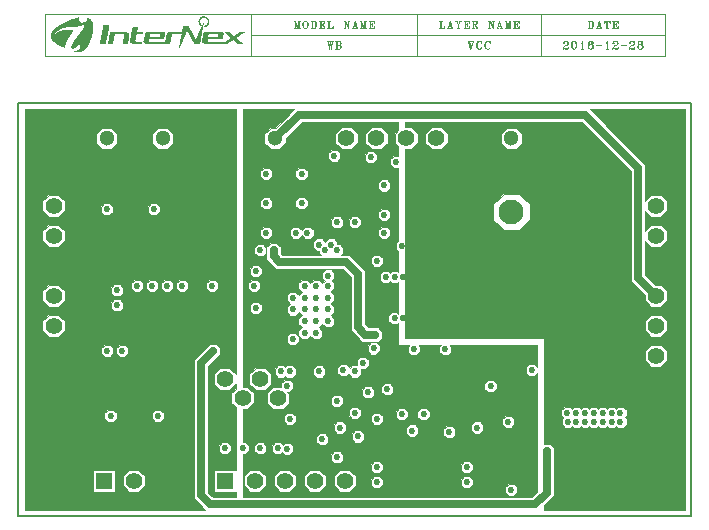
<source format=gbr>
%MOMM*%
%FSLAX33Y33*%
%ADD10C,0.203200*%
%ADD15C,0.070000*%
%ADD20C,1.400000*%
%ADD133C,0.530000*%
%ADD134C,3.800000*%
%ADD135R,1.400000X1.400000*%
%ADD136C,1.300000*%
%ADD137C,2.100000*%
%ADD138C,0.100000*%
%ADD154C,0.700000*%
G90*G71*G01*D02*G54D10*X000000Y000000D02*X057000Y000000D01*X057000Y035000D01*
X000000Y035000D01*X000000Y000000D01*D02*G54D15*X019750Y042500D02*
X002250Y042500D01*X002250Y039000D01*X019750Y039000D01*X019750Y040750D02*
X054750Y040750D01*X033750Y042500D02*X033750Y039000D01*X019750Y042500D02*
X054750Y042500D01*X054750Y039000D02*X019750Y039000D01*X019750Y042500D02*
X019750Y039000D01*X054750Y042500D02*X054750Y039000D01*X044250Y042500D02*
X044250Y039000D01*X046154Y040098D02*X046154Y040066D01*X046186Y040066D01*
X046186Y040098D01*X046154Y040098D01*X046154Y040130D02*X046186Y040130D01*
X046218Y040098D01*X046218Y040066D01*X046186Y040034D01*X046154Y040034D01*
X046123Y040066D01*X046123Y040098D01*X046154Y040161D01*X046186Y040193D01*
X046282Y040214D01*X046414Y040214D01*X046509Y040193D01*X046541Y040161D01*
X046578Y040098D01*X046578Y040034D01*X046541Y039981D01*X046446Y039917D01*
X046282Y039854D01*X046218Y039822D01*X046154Y039758D01*X046123Y039673D01*
X046123Y039578D01*X046509Y040161D02*X046541Y040098D01*X046541Y040034D01*
X046509Y039981D01*X046414Y040214D02*X046477Y040193D01*X046509Y040098D01*
X046509Y040034D01*X046477Y039981D01*X046414Y039917D01*X046282Y039854D01*
X046123Y039642D02*X046154Y039673D01*X046218Y039673D01*X046377Y039642D01*
X046509Y039642D01*X046578Y039673D01*X046218Y039673D02*X046377Y039610D01*
X046509Y039610D01*X046541Y039642D01*X046218Y039673D02*X046377Y039578D01*
X046509Y039578D01*X046541Y039610D01*X046578Y039673D01*X046578Y039727D01*
X047014Y040214D02*X046918Y040193D01*X046854Y040098D01*X046823Y039949D01*
X046823Y039854D01*X046854Y039705D01*X046918Y039610D01*X047014Y039578D01*
X047082Y039578D01*X047177Y039610D01*X047241Y039705D01*X047278Y039854D01*
X047278Y039949D01*X047241Y040098D01*X047177Y040193D01*X047082Y040214D01*
X047014Y040214D01*X046918Y040161D02*X046886Y040098D01*X046854Y039981D01*
X046854Y039822D01*X046886Y039705D01*X046918Y039642D01*X047177Y039642D02*
X047209Y039705D01*X047241Y039822D01*X047241Y039981D01*X047209Y040098D01*
X047177Y040161D01*X047014Y040214D02*X046950Y040193D01*X046918Y040130D01*
X046886Y039981D01*X046886Y039822D01*X046918Y039673D01*X046950Y039610D01*
X047014Y039578D01*X047082Y039578D02*X047146Y039610D01*X047177Y039673D01*
X047209Y039822D01*X047209Y039981D01*X047177Y040130D01*X047146Y040193D01*
X047082Y040214D01*X047727Y040161D02*X047727Y039578D01*X047745Y040161D02*
X047745Y039610D01*X047759Y040214D02*X047759Y039578D01*X047759Y040214D02*
X047714Y040130D01*X047686Y040098D01*X047673Y039578D02*X047818Y039578D01*
X047727Y039610D02*X047700Y039578D01*X047727Y039642D02*X047714Y039578D01*
X047759Y039642D02*X047773Y039578D01*X047759Y039610D02*X047786Y039578D01*
X048577Y040130D02*X048577Y040098D01*X048609Y040098D01*X048609Y040130D01*
X048577Y040130D01*X048609Y040161D02*X048577Y040161D01*X048546Y040130D01*
X048546Y040098D01*X048577Y040066D01*X048609Y040066D01*X048641Y040098D01*
X048641Y040130D01*X048609Y040193D01*X048546Y040214D01*X048450Y040214D01*
X048350Y040193D01*X048286Y040130D01*X048254Y040066D01*X048223Y039949D01*
X048223Y039758D01*X048254Y039673D01*X048318Y039610D01*X048414Y039578D01*
X048482Y039578D01*X048577Y039610D01*X048641Y039673D01*X048678Y039758D01*
X048678Y039790D01*X048641Y039886D01*X048577Y039949D01*X048482Y039981D01*
X048414Y039981D01*X048350Y039949D01*X048318Y039917D01*X048286Y039854D01*
X048318Y040130D02*X048286Y040066D01*X048254Y039949D01*X048254Y039758D01*
X048286Y039673D01*X048318Y039642D01*X048609Y039673D02*X048641Y039727D01*
X048641Y039822D01*X048609Y039886D01*X048450Y040214D02*X048382Y040193D01*
X048350Y040161D01*X048318Y040098D01*X048286Y039981D01*X048286Y039758D01*
X048318Y039673D01*X048350Y039610D01*X048414Y039578D01*X048482Y039578D02*
X048546Y039610D01*X048577Y039642D01*X048609Y039727D01*X048609Y039822D01*
X048577Y039917D01*X048546Y039949D01*X048482Y039981D01*X048923Y039886D02*
X049378Y039886D01*X049378Y039854D01*X048923Y039886D02*X048923Y039854D01*
X049378Y039854D01*X049827Y040161D02*X049827Y039578D01*X049845Y040161D02*
X049845Y039610D01*X049859Y040214D02*X049859Y039578D01*X049859Y040214D02*
X049814Y040130D01*X049786Y040098D01*X049773Y039578D02*X049918Y039578D01*
X049827Y039610D02*X049800Y039578D01*X049827Y039642D02*X049814Y039578D01*
X049859Y039642D02*X049873Y039578D01*X049859Y039610D02*X049886Y039578D01*
X050354Y040098D02*X050354Y040066D01*X050386Y040066D01*X050386Y040098D01*
X050354Y040098D01*X050354Y040130D02*X050386Y040130D01*X050418Y040098D01*
X050418Y040066D01*X050386Y040034D01*X050354Y040034D01*X050322Y040066D01*
X050322Y040098D01*X050354Y040161D01*X050386Y040193D01*X050482Y040214D01*
X050614Y040214D01*X050709Y040193D01*X050741Y040161D01*X050777Y040098D01*
X050777Y040034D01*X050741Y039981D01*X050646Y039917D01*X050482Y039854D01*
X050418Y039822D01*X050354Y039758D01*X050322Y039673D01*X050322Y039578D01*
X050709Y040161D02*X050741Y040098D01*X050741Y040034D01*X050709Y039981D01*
X050614Y040214D02*X050677Y040193D01*X050709Y040098D01*X050709Y040034D01*
X050677Y039981D01*X050614Y039917D01*X050482Y039854D01*X050322Y039642D02*
X050354Y039673D01*X050418Y039673D01*X050577Y039642D01*X050709Y039642D01*
X050777Y039673D01*X050418Y039673D02*X050577Y039610D01*X050709Y039610D01*
X050741Y039642D01*X050418Y039673D02*X050577Y039578D01*X050709Y039578D01*
X050741Y039610D01*X050777Y039673D01*X050777Y039727D01*X051022Y039886D02*
X051477Y039886D01*X051477Y039854D01*X051022Y039886D02*X051022Y039854D01*
X051477Y039854D01*X051754Y040098D02*X051754Y040066D01*X051786Y040066D01*
X051786Y040098D01*X051754Y040098D01*X051754Y040130D02*X051786Y040130D01*
X051818Y040098D01*X051818Y040066D01*X051786Y040034D01*X051754Y040034D01*
X051722Y040066D01*X051722Y040098D01*X051754Y040161D01*X051786Y040193D01*
X051882Y040214D01*X052014Y040214D01*X052109Y040193D01*X052141Y040161D01*
X052177Y040098D01*X052177Y040034D01*X052141Y039981D01*X052046Y039917D01*
X051882Y039854D01*X051818Y039822D01*X051754Y039758D01*X051722Y039673D01*
X051722Y039578D01*X052109Y040161D02*X052141Y040098D01*X052141Y040034D01*
X052109Y039981D01*X052014Y040214D02*X052077Y040193D01*X052109Y040098D01*
X052109Y040034D01*X052077Y039981D01*X052014Y039917D01*X051882Y039854D01*
X051722Y039642D02*X051754Y039673D01*X051818Y039673D01*X051977Y039642D01*
X052109Y039642D01*X052177Y039673D01*X051818Y039673D02*X051977Y039610D01*
X052109Y039610D01*X052141Y039642D01*X051818Y039673D02*X051977Y039578D01*
X052109Y039578D01*X052141Y039610D01*X052177Y039673D01*X052177Y039727D01*
X052582Y040214D02*X052486Y040193D01*X052454Y040130D01*X052454Y040034D01*
X052486Y039981D01*X052582Y039949D01*X052714Y039949D01*X052809Y039981D01*
X052841Y040034D01*X052841Y040130D01*X052809Y040193D01*X052714Y040214D01*
X052582Y040214D01*X052518Y040193D02*X052486Y040130D01*X052486Y040034D01*
X052518Y039981D01*X052777Y039981D02*X052809Y040034D01*X052809Y040130D01*
X052777Y040193D01*X052582Y040214D02*X052550Y040193D01*X052518Y040130D01*
X052518Y040034D01*X052550Y039981D01*X052582Y039949D01*X052714Y039949D02*
X052746Y039981D01*X052777Y040034D01*X052777Y040130D01*X052746Y040193D01*
X052714Y040214D01*X052582Y039949D02*X052486Y039917D01*X052454Y039886D01*
X052422Y039822D01*X052422Y039705D01*X052454Y039642D01*X052486Y039610D01*
X052582Y039578D01*X052714Y039578D01*X052809Y039610D01*X052841Y039642D01*
X052877Y039705D01*X052877Y039822D01*X052841Y039886D01*X052809Y039917D01*
X052714Y039949D01*X052486Y039886D02*X052454Y039822D01*X052454Y039705D01*
X052486Y039642D01*X052809Y039642D02*X052841Y039705D01*X052841Y039822D01*
X052809Y039886D01*X052582Y039949D02*X052518Y039917D01*X052486Y039822D01*
X052486Y039705D01*X052518Y039610D01*X052582Y039578D01*X052714Y039578D02*
X052777Y039610D01*X052809Y039705D01*X052809Y039822D01*X052777Y039917D01*
X052714Y039949D01*X048300Y041964D02*X048300Y041328D01*X048327Y041943D02*
X048327Y041360D01*X048354Y041964D02*X048354Y041328D01*X048223Y041964D02*
X048486Y041964D01*X048568Y041943D01*X048623Y041880D01*X048650Y041816D01*
X048678Y041731D01*X048678Y041572D01*X048650Y041477D01*X048623Y041423D01*
X048568Y041360D01*X048486Y041328D01*X048223Y041328D01*X048596Y041880D02*
X048623Y041816D01*X048650Y041731D01*X048650Y041572D01*X048623Y041477D01*
X048596Y041423D01*X048486Y041964D02*X048541Y041943D01*X048596Y041848D01*
X048623Y041731D01*X048623Y041572D01*X048596Y041455D01*X048541Y041360D01*
X048486Y041328D01*X048245Y041964D02*X048300Y041943D01*X048273Y041964D02*
X048300Y041911D01*X048382Y041964D02*X048354Y041911D01*X048409Y041964D02*
X048354Y041943D01*X048300Y041360D02*X048245Y041328D01*X048300Y041392D02*
X048273Y041328D01*X048354Y041392D02*X048382Y041328D01*X048354Y041360D02*
X048409Y041328D01*X049150Y041964D02*X048973Y041360D01*X049123Y041880D02*
X049273Y041328D01*X049150Y041880D02*X049300Y041328D01*X049150Y041964D02*
X049323Y041328D01*X049023Y041508D02*X049250Y041508D01*X048923Y041328D02*
X049073Y041328D01*X049200Y041328D02*X049378Y041328D01*X048973Y041360D02*
X048945Y041328D01*X048973Y041360D02*X049023Y041328D01*X049273Y041360D02*
X049223Y041328D01*X049273Y041392D02*X049250Y041328D01*X049300Y041392D02*
X049350Y041328D01*X049623Y041964D02*X049623Y041784D01*X049818Y041964D02*
X049818Y041328D01*X049850Y041943D02*X049850Y041360D01*X049877Y041964D02*
X049877Y041328D01*X050077Y041964D02*X050077Y041784D01*X049623Y041964D02*
X050077Y041964D01*X049736Y041328D02*X049959Y041328D01*X049650Y041964D02*
X049623Y041784D01*X049677Y041964D02*X049623Y041880D01*X049704Y041964D02*
X049623Y041911D01*X049764Y041964D02*X049623Y041943D01*X049932Y041964D02*
X050077Y041943D01*X049991Y041964D02*X050077Y041911D01*X050018Y041964D02*
X050077Y041880D01*X050046Y041964D02*X050077Y041784D01*X049818Y041360D02*
X049764Y041328D01*X049818Y041392D02*X049791Y041328D01*X049877Y041392D02*
X049905Y041328D01*X049877Y041360D02*X049932Y041328D01*X050404Y041964D02*
X050404Y041328D01*X050432Y041943D02*X050432Y041360D01*X050464Y041964D02*
X050464Y041328D01*X050322Y041964D02*X050777Y041964D01*X050777Y041784D01*
X050464Y041667D02*X050632Y041667D01*X050632Y041784D02*X050632Y041540D01*
X050322Y041328D02*X050777Y041328D01*X050777Y041508D01*X050350Y041964D02*
X050404Y041943D01*X050377Y041964D02*X050404Y041911D01*X050491Y041964D02*
X050464Y041911D01*X050518Y041964D02*X050464Y041943D01*X050632Y041964D02*
X050777Y041943D01*X050691Y041964D02*X050777Y041911D01*X050718Y041964D02*
X050777Y041880D01*X050746Y041964D02*X050777Y041784D01*X050632Y041784D02*
X050605Y041667D01*X050632Y041540D01*X050632Y041731D02*X050577Y041667D01*
X050632Y041604D01*X050632Y041699D02*X050518Y041667D01*X050632Y041636D01*
X050404Y041360D02*X050350Y041328D01*X050404Y041392D02*X050377Y041328D01*
X050464Y041392D02*X050491Y041328D01*X050464Y041360D02*X050518Y041328D01*
X050632Y041328D02*X050777Y041360D01*X050691Y041328D02*X050777Y041392D01*
X050718Y041328D02*X050777Y041423D01*X050746Y041328D02*X050777Y041508D01*
X035714Y041964D02*X035714Y041328D01*X035741Y041943D02*X035741Y041360D01*
X035773Y041964D02*X035773Y041328D01*X035623Y041964D02*X035864Y041964D01*
X035623Y041328D02*X036078Y041328D01*X036078Y041508D01*X035650Y041964D02*
X035714Y041943D01*X035682Y041964D02*X035714Y041911D01*X035805Y041964D02*
X035773Y041911D01*X035832Y041964D02*X035773Y041943D01*X035714Y041360D02*
X035650Y041328D01*X035714Y041392D02*X035682Y041328D01*X035773Y041392D02*
X035805Y041328D01*X035773Y041360D02*X035832Y041328D01*X035923Y041328D02*
X036078Y041360D01*X035982Y041328D02*X036078Y041392D01*X036014Y041328D02*
X036078Y041423D01*X036046Y041328D02*X036078Y041508D01*X036550Y041964D02*
X036373Y041360D01*X036523Y041880D02*X036673Y041328D01*X036550Y041880D02*
X036700Y041328D01*X036550Y041964D02*X036723Y041328D01*X036423Y041508D02*
X036650Y041508D01*X036323Y041328D02*X036473Y041328D01*X036600Y041328D02*
X036778Y041328D01*X036373Y041360D02*X036345Y041328D01*X036373Y041360D02*
X036423Y041328D01*X036673Y041360D02*X036623Y041328D01*X036673Y041392D02*
X036650Y041328D01*X036700Y041392D02*X036750Y041328D01*X037068Y041964D02*
X037223Y041636D01*X037223Y041328D01*X037091Y041964D02*X037245Y041636D01*
X037245Y041360D01*X037109Y041964D02*X037273Y041636D01*X037273Y041328D01*
X037405Y041943D02*X037273Y041636D01*X037023Y041964D02*X037182Y041964D01*
X037336Y041964D02*X037478Y041964D01*X037159Y041328D02*X037336Y041328D01*
X037045Y041964D02*X037091Y041943D01*X037159Y041964D02*X037109Y041943D01*
X037364Y041964D02*X037405Y041943D01*X037450Y041964D02*X037405Y041943D01*
X037223Y041360D02*X037182Y041328D01*X037223Y041392D02*X037200Y041328D01*
X037273Y041392D02*X037291Y041328D01*X037273Y041360D02*X037314Y041328D01*
X037804Y041964D02*X037804Y041328D01*X037832Y041943D02*X037832Y041360D01*
X037864Y041964D02*X037864Y041328D01*X037723Y041964D02*X038178Y041964D01*
X038178Y041784D01*X037864Y041667D02*X038032Y041667D01*X038032Y041784D02*
X038032Y041540D01*X037723Y041328D02*X038178Y041328D01*X038178Y041508D01*
X037750Y041964D02*X037804Y041943D01*X037777Y041964D02*X037804Y041911D01*
X037891Y041964D02*X037864Y041911D01*X037918Y041964D02*X037864Y041943D01*
X038032Y041964D02*X038178Y041943D01*X038091Y041964D02*X038178Y041911D01*
X038118Y041964D02*X038178Y041880D01*X038146Y041964D02*X038178Y041784D01*
X038032Y041784D02*X038005Y041667D01*X038032Y041540D01*X038032Y041731D02*
X037977Y041667D01*X038032Y041604D01*X038032Y041699D02*X037918Y041667D01*
X038032Y041636D01*X037804Y041360D02*X037750Y041328D01*X037804Y041392D02*
X037777Y041328D01*X037864Y041392D02*X037891Y041328D01*X037864Y041360D02*
X037918Y041328D01*X038032Y041328D02*X038178Y041360D01*X038091Y041328D02*
X038178Y041392D01*X038118Y041328D02*X038178Y041423D01*X038146Y041328D02*
X038178Y041508D01*X038495Y041964D02*X038495Y041328D01*X038523Y041943D02*
X038523Y041360D01*X038545Y041964D02*X038545Y041328D01*X038423Y041964D02*
X038723Y041964D01*X038800Y041943D01*X038823Y041911D01*X038850Y041848D01*
X038850Y041784D01*X038823Y041731D01*X038800Y041699D01*X038723Y041667D01*
X038545Y041667D01*X038800Y041911D02*X038823Y041848D01*X038823Y041784D01*
X038800Y041731D01*X038723Y041964D02*X038773Y041943D01*X038800Y041880D01*
X038800Y041752D01*X038773Y041699D01*X038723Y041667D01*X038645Y041667D02*
X038700Y041636D01*X038723Y041572D01*X038773Y041392D01*X038800Y041328D01*
X038850Y041328D01*X038878Y041392D01*X038878Y041455D01*X038773Y041455D02*
X038800Y041392D01*X038823Y041360D01*X038850Y041360D01*X038700Y041636D02*
X038723Y041604D01*X038800Y041423D01*X038823Y041392D01*X038850Y041392D01*
X038878Y041423D01*X038423Y041328D02*X038623Y041328D01*X038445Y041964D02*
X038495Y041943D01*X038473Y041964D02*X038495Y041911D01*X038573Y041964D02*
X038545Y041911D01*X038595Y041964D02*X038545Y041943D01*X038495Y041360D02*
X038445Y041328D01*X038495Y041392D02*X038473Y041328D01*X038545Y041392D02*
X038573Y041328D01*X038545Y041360D02*X038595Y041328D01*X039886Y041964D02*
X039886Y041360D01*X039886Y041964D02*X040205Y041328D01*X039913Y041964D02*
X040182Y041423D01*X039932Y041964D02*X040205Y041423D01*X040205Y041943D02*
X040205Y041328D01*X039822Y041964D02*X039932Y041964D01*X040141Y041964D02*
X040277Y041964D01*X039822Y041328D02*X039954Y041328D01*X039841Y041964D02*
X039886Y041943D01*X040164Y041964D02*X040205Y041943D01*X040255Y041964D02*
X040205Y041943D01*X039886Y041360D02*X039841Y041328D01*X039886Y041360D02*
X039932Y041328D01*X040750Y041964D02*X040573Y041360D01*X040723Y041880D02*
X040873Y041328D01*X040750Y041880D02*X040900Y041328D01*X040750Y041964D02*
X040923Y041328D01*X040623Y041508D02*X040850Y041508D01*X040522Y041328D02*
X040673Y041328D01*X040800Y041328D02*X040977Y041328D01*X040573Y041360D02*
X040545Y041328D01*X040573Y041360D02*X040623Y041328D01*X040873Y041360D02*
X040823Y041328D01*X040873Y041392D02*X040850Y041328D01*X040900Y041392D02*
X040950Y041328D01*X041282Y041964D02*X041282Y041360D01*X041282Y041964D02*
X041427Y041328D01*X041304Y041964D02*X041427Y041423D01*X041323Y041964D02*
X041445Y041423D01*X041573Y041964D02*X041427Y041328D01*X041573Y041964D02*
X041573Y041328D01*X041591Y041943D02*X041591Y041360D01*X041614Y041964D02*
X041614Y041328D01*X041222Y041964D02*X041323Y041964D01*X041573Y041964D02*
X041677Y041964D01*X041222Y041328D02*X041345Y041328D01*X041509Y041328D02*
X041677Y041328D01*X041241Y041964D02*X041282Y041943D01*X041632Y041964D02*
X041614Y041911D01*X041655Y041964D02*X041614Y041943D01*X041282Y041360D02*
X041241Y041328D01*X041282Y041360D02*X041323Y041328D01*X041573Y041360D02*
X041532Y041328D01*X041573Y041392D02*X041550Y041328D01*X041614Y041392D02*
X041632Y041328D01*X041614Y041360D02*X041655Y041328D01*X042004Y041964D02*
X042004Y041328D01*X042032Y041943D02*X042032Y041360D01*X042064Y041964D02*
X042064Y041328D01*X041922Y041964D02*X042377Y041964D01*X042377Y041784D01*
X042064Y041667D02*X042232Y041667D01*X042232Y041784D02*X042232Y041540D01*
X041922Y041328D02*X042377Y041328D01*X042377Y041508D01*X041950Y041964D02*
X042004Y041943D01*X041977Y041964D02*X042004Y041911D01*X042091Y041964D02*
X042064Y041911D01*X042118Y041964D02*X042064Y041943D01*X042232Y041964D02*
X042377Y041943D01*X042291Y041964D02*X042377Y041911D01*X042318Y041964D02*
X042377Y041880D01*X042346Y041964D02*X042377Y041784D01*X042232Y041784D02*
X042205Y041667D01*X042232Y041540D01*X042232Y041731D02*X042177Y041667D01*
X042232Y041604D01*X042232Y041699D02*X042118Y041667D01*X042232Y041636D01*
X042004Y041360D02*X041950Y041328D01*X042004Y041392D02*X041977Y041328D01*
X042064Y041392D02*X042091Y041328D01*X042064Y041360D02*X042118Y041328D01*
X042232Y041328D02*X042377Y041360D01*X042291Y041328D02*X042377Y041392D01*
X042318Y041328D02*X042377Y041423D01*X042346Y041328D02*X042377Y041508D01*
X023432Y041964D02*X023432Y041360D01*X023432Y041964D02*X023577Y041328D01*
X023454Y041964D02*X023577Y041423D01*X023473Y041964D02*X023596Y041423D01*
X023723Y041964D02*X023577Y041328D01*X023723Y041964D02*X023723Y041328D01*
X023741Y041943D02*X023741Y041360D01*X023764Y041964D02*X023764Y041328D01*
X023373Y041964D02*X023473Y041964D01*X023723Y041964D02*X023828Y041964D01*
X023373Y041328D02*X023495Y041328D01*X023659Y041328D02*X023828Y041328D01*
X023391Y041964D02*X023432Y041943D01*X023782Y041964D02*X023764Y041911D01*
X023805Y041964D02*X023764Y041943D01*X023432Y041360D02*X023391Y041328D01*
X023432Y041360D02*X023473Y041328D01*X023723Y041360D02*X023682Y041328D01*
X023723Y041392D02*X023700Y041328D01*X023764Y041392D02*X023782Y041328D01*
X023764Y041360D02*X023805Y041328D01*X024268Y041964D02*X024186Y041943D01*
X024127Y041880D01*X024100Y041816D01*X024073Y041699D01*X024073Y041604D01*
X024100Y041477D01*X024127Y041423D01*X024186Y041360D01*X024268Y041328D01*
X024327Y041328D01*X024414Y041360D01*X024468Y041423D01*X024496Y041477D01*
X024528Y041604D01*X024528Y041699D01*X024496Y041816D01*X024468Y041880D01*
X024414Y041943D01*X024327Y041964D01*X024268Y041964D01*X024154Y041880D02*
X024127Y041816D01*X024100Y041731D01*X024100Y041572D01*X024127Y041477D01*
X024154Y041423D01*X024441Y041423D02*X024468Y041477D01*X024496Y041572D01*
X024496Y041731D01*X024468Y041816D01*X024441Y041880D01*X024268Y041964D02*
X024214Y041943D01*X024154Y041848D01*X024127Y041731D01*X024127Y041572D01*
X024154Y041455D01*X024214Y041360D01*X024268Y041328D01*X024327Y041328D02*
X024382Y041360D01*X024441Y041455D01*X024468Y041572D01*X024468Y041731D01*
X024441Y041848D01*X024382Y041943D01*X024327Y041964D01*X024850Y041964D02*
X024850Y041328D01*X024877Y041943D02*X024877Y041360D01*X024904Y041964D02*
X024904Y041328D01*X024773Y041964D02*X025036Y041964D01*X025118Y041943D01*
X025173Y041880D01*X025200Y041816D01*X025228Y041731D01*X025228Y041572D01*
X025200Y041477D01*X025173Y041423D01*X025118Y041360D01*X025036Y041328D01*
X024773Y041328D01*X025146Y041880D02*X025173Y041816D01*X025200Y041731D01*
X025200Y041572D01*X025173Y041477D01*X025146Y041423D01*X025036Y041964D02*
X025091Y041943D01*X025146Y041848D01*X025173Y041731D01*X025173Y041572D01*
X025146Y041455D01*X025091Y041360D01*X025036Y041328D01*X024795Y041964D02*
X024850Y041943D01*X024823Y041964D02*X024850Y041911D01*X024932Y041964D02*
X024904Y041911D01*X024959Y041964D02*X024904Y041943D01*X024850Y041360D02*
X024795Y041328D01*X024850Y041392D02*X024823Y041328D01*X024904Y041392D02*
X024932Y041328D01*X024904Y041360D02*X024959Y041328D01*X025554Y041964D02*
X025554Y041328D01*X025582Y041943D02*X025582Y041360D01*X025614Y041964D02*
X025614Y041328D01*X025473Y041964D02*X025928Y041964D01*X025928Y041784D01*
X025614Y041667D02*X025782Y041667D01*X025782Y041784D02*X025782Y041540D01*
X025473Y041328D02*X025928Y041328D01*X025928Y041508D01*X025500Y041964D02*
X025554Y041943D01*X025527Y041964D02*X025554Y041911D01*X025641Y041964D02*
X025614Y041911D01*X025668Y041964D02*X025614Y041943D01*X025782Y041964D02*
X025928Y041943D01*X025841Y041964D02*X025928Y041911D01*X025868Y041964D02*
X025928Y041880D01*X025896Y041964D02*X025928Y041784D01*X025782Y041784D02*
X025755Y041667D01*X025782Y041540D01*X025782Y041731D02*X025727Y041667D01*
X025782Y041604D01*X025782Y041699D02*X025668Y041667D01*X025782Y041636D01*
X025554Y041360D02*X025500Y041328D01*X025554Y041392D02*X025527Y041328D01*
X025614Y041392D02*X025641Y041328D01*X025614Y041360D02*X025668Y041328D01*
X025782Y041328D02*X025928Y041360D01*X025841Y041328D02*X025928Y041392D01*
X025868Y041328D02*X025928Y041423D01*X025896Y041328D02*X025928Y041508D01*
X026264Y041964D02*X026264Y041328D01*X026291Y041943D02*X026291Y041360D01*
X026323Y041964D02*X026323Y041328D01*X026173Y041964D02*X026414Y041964D01*
X026173Y041328D02*X026628Y041328D01*X026628Y041508D01*X026200Y041964D02*
X026264Y041943D01*X026232Y041964D02*X026264Y041911D01*X026355Y041964D02*
X026323Y041911D01*X026382Y041964D02*X026323Y041943D01*X026264Y041360D02*
X026200Y041328D01*X026264Y041392D02*X026232Y041328D01*X026323Y041392D02*
X026355Y041328D01*X026323Y041360D02*X026382Y041328D01*X026473Y041328D02*
X026628Y041360D01*X026532Y041328D02*X026628Y041392D01*X026564Y041328D02*
X026628Y041423D01*X026596Y041328D02*X026628Y041508D01*X027636Y041964D02*
X027636Y041360D01*X027636Y041964D02*X027955Y041328D01*X027663Y041964D02*
X027932Y041423D01*X027682Y041964D02*X027955Y041423D01*X027955Y041943D02*
X027955Y041328D01*X027572Y041964D02*X027682Y041964D01*X027891Y041964D02*
X028027Y041964D01*X027572Y041328D02*X027704Y041328D01*X027591Y041964D02*
X027636Y041943D01*X027914Y041964D02*X027955Y041943D01*X028005Y041964D02*
X027955Y041943D01*X027636Y041360D02*X027591Y041328D01*X027636Y041360D02*
X027682Y041328D01*X028500Y041964D02*X028323Y041360D01*X028473Y041880D02*
X028623Y041328D01*X028500Y041880D02*X028650Y041328D01*X028500Y041964D02*
X028673Y041328D01*X028373Y041508D02*X028600Y041508D01*X028272Y041328D02*
X028423Y041328D01*X028550Y041328D02*X028727Y041328D01*X028323Y041360D02*
X028295Y041328D01*X028323Y041360D02*X028373Y041328D01*X028623Y041360D02*
X028573Y041328D01*X028623Y041392D02*X028600Y041328D01*X028650Y041392D02*
X028700Y041328D01*X029032Y041964D02*X029032Y041360D01*X029032Y041964D02*
X029177Y041328D01*X029054Y041964D02*X029177Y041423D01*X029073Y041964D02*
X029195Y041423D01*X029323Y041964D02*X029177Y041328D01*X029323Y041964D02*
X029323Y041328D01*X029341Y041943D02*X029341Y041360D01*X029364Y041964D02*
X029364Y041328D01*X028972Y041964D02*X029073Y041964D01*X029323Y041964D02*
X029427Y041964D01*X028972Y041328D02*X029095Y041328D01*X029259Y041328D02*
X029427Y041328D01*X028991Y041964D02*X029032Y041943D01*X029382Y041964D02*
X029364Y041911D01*X029405Y041964D02*X029364Y041943D01*X029032Y041360D02*
X028991Y041328D01*X029032Y041360D02*X029073Y041328D01*X029323Y041360D02*
X029282Y041328D01*X029323Y041392D02*X029300Y041328D01*X029364Y041392D02*
X029382Y041328D01*X029364Y041360D02*X029405Y041328D01*X029754Y041964D02*
X029754Y041328D01*X029782Y041943D02*X029782Y041360D01*X029814Y041964D02*
X029814Y041328D01*X029672Y041964D02*X030127Y041964D01*X030127Y041784D01*
X029814Y041667D02*X029982Y041667D01*X029982Y041784D02*X029982Y041540D01*
X029672Y041328D02*X030127Y041328D01*X030127Y041508D01*X029700Y041964D02*
X029754Y041943D01*X029727Y041964D02*X029754Y041911D01*X029841Y041964D02*
X029814Y041911D01*X029868Y041964D02*X029814Y041943D01*X029982Y041964D02*
X030127Y041943D01*X030041Y041964D02*X030127Y041911D01*X030068Y041964D02*
X030127Y041880D01*X030096Y041964D02*X030127Y041784D01*X029982Y041784D02*
X029955Y041667D01*X029982Y041540D01*X029982Y041731D02*X029927Y041667D01*
X029982Y041604D01*X029982Y041699D02*X029868Y041667D01*X029982Y041636D01*
X029754Y041360D02*X029700Y041328D01*X029754Y041392D02*X029727Y041328D01*
X029814Y041392D02*X029841Y041328D01*X029814Y041360D02*X029868Y041328D01*
X029982Y041328D02*X030127Y041360D01*X030041Y041328D02*X030127Y041392D01*
X030068Y041328D02*X030127Y041423D01*X030096Y041328D02*X030127Y041508D01*
X026232Y040214D02*X026314Y039578D01*X026254Y040214D02*X026314Y039727D01*
X026314Y039578D01*X026273Y040214D02*X026336Y039727D01*X026400Y040214D02*
X026336Y039727D01*X026314Y039578D01*X026400Y040214D02*X026482Y039578D01*
X026418Y040214D02*X026482Y039727D01*X026482Y039578D01*X026441Y040214D02*
X026500Y039727D01*X026564Y040193D02*X026500Y039727D01*X026482Y039578D01*
X026173Y040214D02*X026336Y040214D01*X026400Y040214D02*X026441Y040214D01*
X026500Y040214D02*X026628Y040214D01*X026191Y040214D02*X026254Y040193D01*
X026213Y040214D02*X026254Y040161D01*X026295Y040214D02*X026273Y040161D01*
X026314Y040214D02*X026273Y040193D01*X026523Y040214D02*X026564Y040193D01*
X026605Y040214D02*X026564Y040193D01*X026950Y040214D02*X026950Y039578D01*
X026977Y040193D02*X026977Y039610D01*X027004Y040214D02*X027004Y039578D01*
X026873Y040214D02*X027191Y040214D01*X027273Y040193D01*X027296Y040161D01*
X027327Y040098D01*X027327Y040034D01*X027296Y039981D01*X027273Y039949D01*
X027191Y039917D01*X027273Y040161D02*X027296Y040098D01*X027296Y040034D01*
X027273Y039981D01*X027191Y040214D02*X027246Y040193D01*X027273Y040130D01*
X027273Y040002D01*X027246Y039949D01*X027191Y039917D01*X027004Y039917D02*
X027191Y039917D01*X027273Y039886D01*X027296Y039854D01*X027327Y039790D01*
X027327Y039705D01*X027296Y039642D01*X027273Y039610D01*X027191Y039578D01*
X026873Y039578D01*X027273Y039854D02*X027296Y039790D01*X027296Y039705D01*
X027273Y039642D01*X027191Y039917D02*X027246Y039886D01*X027273Y039822D01*
X027273Y039673D01*X027246Y039610D01*X027191Y039578D01*X026895Y040214D02*
X026950Y040193D01*X026923Y040214D02*X026950Y040161D01*X027032Y040214D02*
X027004Y040161D01*X027059Y040214D02*X027004Y040193D01*X026950Y039610D02*
X026895Y039578D01*X026950Y039642D02*X026923Y039578D01*X027004Y039642D02*
X027032Y039578D01*X027004Y039610D02*X027059Y039578D01*X038123Y040214D02*
X038300Y039578D01*X038145Y040214D02*X038300Y039673D01*X038300Y039578D01*
X038173Y040214D02*X038323Y039673D01*X038473Y040193D02*X038300Y039578D01*
X038073Y040214D02*X038245Y040214D01*X038373Y040214D02*X038528Y040214D01*
X038095Y040214D02*X038145Y040161D01*X038195Y040214D02*X038173Y040161D01*
X038223Y040214D02*X038173Y040193D01*X038423Y040214D02*X038473Y040193D01*
X038500Y040214D02*X038473Y040193D01*X039196Y040130D02*X039228Y040214D01*
X039228Y040034D01*X039196Y040130D01*X039132Y040193D01*X039073Y040214D01*
X038982Y040214D01*X038891Y040193D01*X038832Y040130D01*X038800Y040066D01*
X038773Y039981D01*X038773Y039822D01*X038800Y039727D01*X038832Y039673D01*
X038891Y039610D01*X038982Y039578D01*X039073Y039578D01*X039132Y039610D01*
X039196Y039673D01*X039228Y039727D01*X038859Y040130D02*X038832Y040066D01*
X038800Y039981D01*X038800Y039822D01*X038832Y039727D01*X038859Y039673D01*
X038982Y040214D02*X038923Y040193D01*X038859Y040098D01*X038832Y039981D01*
X038832Y039822D01*X038859Y039705D01*X038923Y039610D01*X038982Y039578D01*
X039896Y040130D02*X039927Y040214D01*X039927Y040034D01*X039896Y040130D01*
X039832Y040193D01*X039773Y040214D01*X039682Y040214D01*X039591Y040193D01*
X039532Y040130D01*X039500Y040066D01*X039473Y039981D01*X039473Y039822D01*
X039500Y039727D01*X039532Y039673D01*X039591Y039610D01*X039682Y039578D01*
X039773Y039578D01*X039832Y039610D01*X039896Y039673D01*X039927Y039727D01*
X039559Y040130D02*X039532Y040066D01*X039500Y039981D01*X039500Y039822D01*
X039532Y039727D01*X039559Y039673D01*X039682Y040214D02*X039623Y040193D01*
X039559Y040098D01*X039532Y039981D01*X039532Y039822D01*X039559Y039705D01*
X039623Y039610D01*X039682Y039578D01*X000000Y000000D02*D02*G54D20*
X009790Y003000D03*X012330Y003000D03*X020040Y003000D03*X022580Y003000D03*
X025120Y003000D03*X027660Y003000D03*X003000Y011040D03*X017500Y011625D03*
X022000Y010000D03*X020500Y011625D03*X019000Y010000D03*X054000Y011040D03*
X003000Y013580D03*X054000Y013580D03*X003000Y016120D03*X054000Y016120D03*
X003000Y018660D03*X054000Y018660D03*X003000Y021200D03*X003000Y023740D03*
X054000Y021200D03*X054000Y023740D03*X003000Y026280D03*X054000Y026280D03*
X030330Y032000D03*X027790Y032000D03*X032870Y032000D03*X035410Y032000D03*
X037950Y032000D03*D02*G54D133*X006000Y001000D03*X010000Y001000D03*
X014000Y001000D03*X030375Y002865D03*X038000Y002865D03*X041750Y002250D03*
X048250Y001250D03*X051500Y001000D03*X001000Y005000D03*X009500Y005000D03*
X014000Y005000D03*X017500Y005750D03*X019000Y005750D03*X020500Y005750D03*
X022000Y005750D03*X022800Y005700D03*X027000Y005000D03*X030375Y004135D03*
X038000Y004135D03*X042125Y003875D03*X042125Y004625D03*X041375Y003875D03*
X041375Y004625D03*X041375Y005375D03*X043000Y004625D03*X044750Y004750D03*
X044750Y005500D03*X047500Y005125D03*X049125Y004050D03*X050250Y004750D03*
X048250Y005125D03*X052750Y005750D03*X056000Y005000D03*X001000Y008000D03*
X007830Y008500D03*X005500Y006000D03*X011830Y008500D03*X016500Y008250D03*
X023000Y008250D03*X027250Y007500D03*X028750Y006750D03*X025750Y006500D03*
X032500Y008625D03*X030375Y008250D03*X033375Y007250D03*X034325Y008625D03*
X036500Y007125D03*X035000Y007125D03*X038875Y007500D03*X041500Y008000D03*
X048250Y005875D03*X047500Y005875D03*X049875Y006500D03*X048000Y008000D03*
X046525Y008000D03*X047250Y008000D03*X048750Y008000D03*X049500Y008000D03*
X050250Y008000D03*X052125Y008625D03*X051000Y008000D03*X056000Y008000D03*
X001000Y011000D03*X005000Y010000D03*X014000Y009000D03*X022800Y011050D03*
X028500Y008750D03*X027000Y009750D03*X029625Y010500D03*X031250Y010750D03*
X040000Y011000D03*X046500Y008750D03*X050250Y008750D03*X048000Y008750D03*
X047250Y008750D03*X048750Y008750D03*X049500Y008750D03*X051000Y008750D03*
X056000Y011000D03*X001000Y014000D03*X008825Y014000D03*X007555Y014000D03*
X007830Y013000D03*X011830Y013000D03*X011000Y014000D03*X014000Y014000D03*
X016500Y014000D03*X021000Y013500D03*X023000Y012250D03*X022250Y012250D03*
X025500Y012250D03*X028500Y012250D03*X027550Y012350D03*X029200Y013000D03*
X026500Y012250D03*X033500Y014125D03*X030100Y014200D03*X036175Y014125D03*
X043500Y012375D03*X048000Y012875D03*X046500Y012375D03*X052125Y012000D03*
X056000Y014000D03*X001000Y017000D03*X005500Y015000D03*X018000Y017000D03*
X017750Y014625D03*X020125Y016250D03*X025250Y015500D03*X024250Y016500D03*
X025250Y016500D03*X024250Y015500D03*X023250Y015000D03*X026250Y016500D03*
X030250Y015375D03*X031875Y016750D03*X033375Y016750D03*X032625Y016750D03*
X030250Y016250D03*X034250Y015875D03*X037375Y016750D03*X036625Y016750D03*
X035875Y016750D03*X035125Y016750D03*X040500Y015875D03*X046500Y015000D03*
X050500Y017000D03*X047500Y017000D03*X056000Y017000D03*X001000Y020000D03*
X008375Y019125D03*X008375Y017875D03*X010095Y019500D03*X011365Y019500D03*
X012635Y019500D03*X010500Y017500D03*X013905Y019500D03*X016445Y019500D03*
X015175Y017500D03*X016500Y017500D03*X013500Y017500D03*X020000Y019500D03*
X020125Y017625D03*X017500Y019750D03*X024250Y019500D03*X025250Y017500D03*
X025250Y018500D03*X024250Y018500D03*X024250Y017500D03*X025250Y019500D03*
X023250Y017500D03*X023250Y018500D03*X026250Y019500D03*X026250Y017500D03*
X026250Y018500D03*X030250Y017750D03*X030375Y019750D03*X037875Y019875D03*
X038125Y017500D03*X040875Y019625D03*X040125Y019625D03*X039375Y019500D03*
X038625Y019500D03*X039625Y017500D03*X038875Y017500D03*X042250Y017500D03*
X041500Y017500D03*X045250Y017500D03*X044500Y017500D03*X043750Y017500D03*
X043000Y017500D03*X045000Y019625D03*X044250Y019625D03*X043500Y019625D03*
X042750Y019500D03*X045750Y019625D03*X046000Y017500D03*X046625Y018500D03*
X047500Y020000D03*X050500Y020000D03*X056000Y020000D03*X005500Y021500D03*
X012250Y022500D03*X016125Y022625D03*X020125Y020750D03*X018000Y021500D03*
X020500Y022500D03*X021625Y022500D03*X022500Y022500D03*X027000Y022500D03*
X026000Y022500D03*X026250Y020375D03*X029000Y022875D03*X030375Y021625D03*
X032500Y022875D03*X031875Y020250D03*X031125Y020250D03*X033375Y020250D03*
X032625Y020250D03*X030375Y020750D03*X034500Y021875D03*X035625Y020250D03*
X037125Y020250D03*X036375Y020250D03*X040875Y021875D03*X040875Y021125D03*
X040875Y020375D03*X040875Y022625D03*X042750Y022500D03*X042750Y021750D03*
X042750Y021000D03*X042750Y020250D03*X001000Y023000D03*X014000Y023500D03*
X021000Y024000D03*X018000Y024000D03*X025500Y023000D03*X024500Y024000D03*
X023500Y024000D03*X028500Y024875D03*X027000Y024875D03*X026500Y023000D03*
X031000Y024000D03*X031000Y025500D03*X036500Y023500D03*X034000Y023500D03*
X034000Y025500D03*X036500Y025500D03*X039875Y025750D03*X040125Y024750D03*
X040750Y024125D03*X040875Y023375D03*X042750Y023250D03*X043625Y025750D03*
X043375Y024750D03*X042750Y024125D03*X050500Y023000D03*X047500Y023000D03*
X056000Y023000D03*X001000Y026000D03*X007500Y026000D03*X005000Y026500D03*
X011500Y026000D03*X009750Y026000D03*X015250Y026500D03*X021000Y026500D03*
X018000Y026500D03*X024000Y026500D03*X031000Y028000D03*X036500Y028000D03*
X034000Y028000D03*X040750Y028250D03*X040750Y027375D03*X040125Y026750D03*
X042750Y027375D03*X043375Y026750D03*X042750Y028250D03*X047500Y026000D03*
X050500Y026000D03*X056000Y026000D03*X004000Y029000D03*X001000Y029000D03*
X005500Y028800D03*X013500Y028800D03*X015500Y029000D03*X021000Y029000D03*
X018000Y029000D03*X024000Y029000D03*X026750Y030500D03*X029875Y030375D03*
X032000Y030000D03*X036500Y030000D03*X040750Y030000D03*X040750Y029125D03*
X042750Y029125D03*X042750Y030000D03*X050500Y029000D03*X047500Y029000D03*
X056000Y029000D03*X050500Y034000D03*D02*G54D134*X003000Y003000D03*
X054000Y003000D03*X003000Y032000D03*X054000Y032000D03*D02*G54D135*
X007250Y003000D03*X017500Y003000D03*X003000Y008500D03*X054000Y008500D03*
X025250Y032000D03*D02*G54D136*X043000Y005750D03*X007500Y032000D03*
X012250Y032000D03*X017000Y032000D03*X021750Y032000D03*X041750Y032000D03*
X047000Y032000D03*D02*G54D137*X039210Y023210D03*X044290Y023210D03*
X041750Y025750D03*X039210Y028290D03*X044290Y028290D03*D02*G54D138*
X019050Y001600D02*X043501Y001600D01*X043501Y001600D02*X043950Y002049D01*
X043950Y002049D02*X043950Y012097D01*X043950Y012097D02*X043713Y011860D01*
X043713Y011860D02*X043287Y011860D01*X043287Y011860D02*X042985Y012162D01*
X042985Y012162D02*X042985Y012588D01*X042985Y012588D02*X043287Y012890D01*
X043287Y012890D02*X043713Y012890D01*X043713Y012890D02*X043950Y012653D01*
X043950Y012653D02*X043950Y014450D01*X043950Y014450D02*X036578Y014450D01*
X036578Y014450D02*X036690Y014338D01*X036690Y014338D02*X036690Y013912D01*
X036690Y013912D02*X036388Y013610D01*X036388Y013610D02*X035962Y013610D01*
X035962Y013610D02*X035660Y013912D01*X035660Y013912D02*X035660Y014338D01*
X035660Y014338D02*X035772Y014450D01*X035772Y014450D02*X033903Y014450D01*
X033903Y014450D02*X034015Y014338D01*X034015Y014338D02*X034015Y013912D01*
X034015Y013912D02*X033713Y013610D01*X033713Y013610D02*X033287Y013610D01*
X033287Y013610D02*X032985Y013912D01*X032985Y013912D02*X032985Y014338D01*
X032985Y014338D02*X033097Y014450D01*X033097Y014450D02*X032200Y014450D01*
X032200Y014450D02*X032200Y016347D01*X032200Y016347D02*X032088Y016235D01*
X032088Y016235D02*X031662Y016235D01*X031662Y016235D02*X031360Y016537D01*
X031360Y016537D02*X031360Y016963D01*X031360Y016963D02*X031662Y017265D01*
X031662Y017265D02*X032088Y017265D01*X032088Y017265D02*X032200Y017153D01*
X032200Y017153D02*X032200Y019847D01*X032200Y019847D02*X032088Y019735D01*
X032088Y019735D02*X031662Y019735D01*X031662Y019735D02*X031500Y019897D01*
X031500Y019897D02*X031338Y019735D01*X031338Y019735D02*X030912Y019735D01*
X030912Y019735D02*X030610Y020037D01*X030610Y020037D02*X030610Y020463D01*
X030610Y020463D02*X030912Y020765D01*X030912Y020765D02*X031338Y020765D01*
X031338Y020765D02*X031500Y020603D01*X031500Y020603D02*X031662Y020765D01*
X031662Y020765D02*X032088Y020765D01*X032088Y020765D02*X032200Y020653D01*
X032200Y020653D02*X032200Y022447D01*X032200Y022447D02*X031985Y022662D01*
X031985Y022662D02*X031985Y023088D01*X031985Y023088D02*X032200Y023303D01*
X032200Y023303D02*X032200Y029485D01*X032200Y029485D02*X031787Y029485D01*
X031787Y029485D02*X031485Y029787D01*X031485Y029787D02*X031485Y030213D01*
X031485Y030213D02*X031787Y030515D01*X031787Y030515D02*X032200Y030515D01*
X032200Y030515D02*X032200Y031327D01*X032200Y031327D02*X031920Y031607D01*
X031920Y031607D02*X031920Y032394D01*X031920Y032394D02*X032200Y032673D01*
X032200Y032673D02*X032200Y033400D01*X032200Y033400D02*X023999Y033400D01*
X023999Y033400D02*X022650Y032051D01*X022650Y032051D02*X022650Y031627D01*
X022650Y031627D02*X022123Y031100D01*X022123Y031100D02*X021377Y031100D01*
X021377Y031100D02*X020850Y031627D01*X020850Y031627D02*X020850Y032373D01*
X020850Y032373D02*X021377Y032900D01*X021377Y032900D02*X021801Y032900D01*
X021801Y032900D02*X023351Y034450D01*X023351Y034450D02*X019050Y034450D01*
X019050Y034450D02*X019050Y010950D01*X019050Y010950D02*X019394Y010950D01*
X019394Y010950D02*X019950Y010394D01*X019950Y010394D02*X019950Y009607D01*
X019950Y009607D02*X019394Y009050D01*X019394Y009050D02*X019050Y009050D01*
X019050Y009050D02*X019050Y006265D01*X019050Y006265D02*X019213Y006265D01*
X019213Y006265D02*X019515Y005963D01*X019515Y005963D02*X019515Y005537D01*
X019515Y005537D02*X019213Y005235D01*X019213Y005235D02*X019050Y005235D01*
X019050Y005235D02*X019050Y001600D01*X020787Y028485D02*X021213Y028485D01*
X021213Y028485D02*X021515Y028787D01*X021515Y028787D02*X021515Y029213D01*
X021515Y029213D02*X021213Y029515D01*X021213Y029515D02*X020787Y029515D01*
X020787Y029515D02*X020485Y029213D01*X020485Y029213D02*X020485Y028787D01*
X020485Y028787D02*X020787Y028485D01*X020787Y025985D02*X021213Y025985D01*
X021213Y025985D02*X021515Y026287D01*X021515Y026287D02*X021515Y026713D01*
X021515Y026713D02*X021213Y027015D01*X021213Y027015D02*X020787Y027015D01*
X020787Y027015D02*X020485Y026713D01*X020485Y026713D02*X020485Y026287D01*
X020485Y026287D02*X020787Y025985D01*X020787Y023485D02*X021213Y023485D01*
X021213Y023485D02*X021515Y023787D01*X021515Y023787D02*X021515Y024213D01*
X021515Y024213D02*X021213Y024515D01*X021213Y024515D02*X020787Y024515D01*
X020787Y024515D02*X020485Y024213D01*X020485Y024213D02*X020485Y023787D01*
X020485Y023787D02*X020787Y023485D01*X020287Y021985D02*X020713Y021985D01*
X020713Y021985D02*X021015Y022287D01*X021015Y022287D02*X021015Y022713D01*
X021015Y022713D02*X020713Y023015D01*X020713Y023015D02*X020287Y023015D01*
X020287Y023015D02*X019985Y022713D01*X019985Y022713D02*X019985Y022287D01*
X019985Y022287D02*X020287Y021985D01*X019912Y020235D02*X020338Y020235D01*
X020338Y020235D02*X020640Y020537D01*X020640Y020537D02*X020640Y020963D01*
X020640Y020963D02*X020338Y021265D01*X020338Y021265D02*X019912Y021265D01*
X019912Y021265D02*X019610Y020963D01*X019610Y020963D02*X019610Y020537D01*
X019610Y020537D02*X019912Y020235D01*X019787Y018985D02*X020213Y018985D01*
X020213Y018985D02*X020515Y019287D01*X020515Y019287D02*X020515Y019713D01*
X020515Y019713D02*X020213Y020015D01*X020213Y020015D02*X019787Y020015D01*
X019787Y020015D02*X019485Y019713D01*X019485Y019713D02*X019485Y019287D01*
X019485Y019287D02*X019787Y018985D01*X019912Y017110D02*X020338Y017110D01*
X020338Y017110D02*X020640Y017412D01*X020640Y017412D02*X020640Y017838D01*
X020640Y017838D02*X020338Y018140D01*X020338Y018140D02*X019912Y018140D01*
X019912Y018140D02*X019610Y017838D01*X019610Y017838D02*X019610Y017412D01*
X019610Y017412D02*X019912Y017110D01*X020107Y010675D02*X020894Y010675D01*
X020894Y010675D02*X021450Y011232D01*X021450Y011232D02*X021450Y012019D01*
X021450Y012019D02*X020894Y012575D01*X020894Y012575D02*X020107Y012575D01*
X020107Y012575D02*X019550Y012019D01*X019550Y012019D02*X019550Y011232D01*
X019550Y011232D02*X020107Y010675D01*X020287Y005235D02*X020713Y005235D01*
X020713Y005235D02*X021015Y005537D01*X021015Y005537D02*X021015Y005963D01*
X021015Y005963D02*X020713Y006265D01*X020713Y006265D02*X020287Y006265D01*
X020287Y006265D02*X019985Y005963D01*X019985Y005963D02*X019985Y005537D01*
X019985Y005537D02*X020287Y005235D01*X019647Y002050D02*X020434Y002050D01*
X020434Y002050D02*X020990Y002607D01*X020990Y002607D02*X020990Y003394D01*
X020990Y003394D02*X020434Y003950D01*X020434Y003950D02*X019647Y003950D01*
X019647Y003950D02*X019090Y003394D01*X019090Y003394D02*X019090Y002607D01*
X019090Y002607D02*X019647Y002050D01*X023787Y028485D02*X024213Y028485D01*
X024213Y028485D02*X024515Y028787D01*X024515Y028787D02*X024515Y029213D01*
X024515Y029213D02*X024213Y029515D01*X024213Y029515D02*X023787Y029515D01*
X023787Y029515D02*X023485Y029213D01*X023485Y029213D02*X023485Y028787D01*
X023485Y028787D02*X023787Y028485D01*X023787Y025985D02*X024213Y025985D01*
X024213Y025985D02*X024515Y026287D01*X024515Y026287D02*X024515Y026713D01*
X024515Y026713D02*X024213Y027015D01*X024213Y027015D02*X023787Y027015D01*
X023787Y027015D02*X023485Y026713D01*X023485Y026713D02*X023485Y026287D01*
X023485Y026287D02*X023787Y025985D01*X023287Y023485D02*X023713Y023485D01*
X023713Y023485D02*X024000Y023772D01*X024000Y023772D02*X024287Y023485D01*
X024287Y023485D02*X024713Y023485D01*X024713Y023485D02*X025015Y023787D01*
X025015Y023787D02*X025015Y024213D01*X025015Y024213D02*X024713Y024515D01*
X024713Y024515D02*X024287Y024515D01*X024287Y024515D02*X024000Y024228D01*
X024000Y024228D02*X023713Y024515D01*X023713Y024515D02*X023287Y024515D01*
X023287Y024515D02*X022985Y024213D01*X022985Y024213D02*X022985Y023787D01*
X022985Y023787D02*X023287Y023485D01*X027397Y031050D02*X028184Y031050D01*
X028184Y031050D02*X028740Y031607D01*X028740Y031607D02*X028740Y032394D01*
X028740Y032394D02*X028184Y032950D01*X028184Y032950D02*X027397Y032950D01*
X027397Y032950D02*X026840Y032394D01*X026840Y032394D02*X026840Y031607D01*
X026840Y031607D02*X027397Y031050D01*X026537Y029985D02*X026963Y029985D01*
X026963Y029985D02*X027265Y030287D01*X027265Y030287D02*X027265Y030713D01*
X027265Y030713D02*X026963Y031015D01*X026963Y031015D02*X026537Y031015D01*
X026537Y031015D02*X026235Y030713D01*X026235Y030713D02*X026235Y030287D01*
X026235Y030287D02*X026537Y029985D01*X026787Y024360D02*X027213Y024360D01*
X027213Y024360D02*X027515Y024662D01*X027515Y024662D02*X027515Y025088D01*
X027515Y025088D02*X027213Y025390D01*X027213Y025390D02*X026787Y025390D01*
X026787Y025390D02*X026485Y025088D01*X026485Y025088D02*X026485Y024662D01*
X026485Y024662D02*X026787Y024360D01*X021876Y020900D02*X027501Y020900D01*
X027501Y020900D02*X028150Y020251D01*X028150Y020251D02*X028150Y015751D01*
X028150Y015751D02*X029126Y014775D01*X029126Y014775D02*X030499Y014775D01*
X030499Y014775D02*X030850Y015126D01*X030850Y015126D02*X030850Y015624D01*
X030850Y015624D02*X030499Y015975D01*X030499Y015975D02*X029624Y015975D01*
X029624Y015975D02*X029350Y016249D01*X029350Y016249D02*X029350Y020749D01*
X029350Y020749D02*X027999Y022100D01*X027999Y022100D02*X027329Y022100D01*
X027329Y022100D02*X027515Y022287D01*X027515Y022287D02*X027515Y022713D01*
X027515Y022713D02*X027213Y023015D01*X027213Y023015D02*X027015Y023015D01*
X027015Y023015D02*X027015Y023213D01*X027015Y023213D02*X026713Y023515D01*
X026713Y023515D02*X026287Y023515D01*X026287Y023515D02*X026000Y023228D01*
X026000Y023228D02*X025713Y023515D01*X025713Y023515D02*X025287Y023515D01*
X025287Y023515D02*X024985Y023213D01*X024985Y023213D02*X024985Y022787D01*
X024985Y022787D02*X025287Y022485D01*X025287Y022485D02*X025485Y022485D01*
X025485Y022485D02*X025485Y022287D01*X025485Y022287D02*X025672Y022100D01*
X025672Y022100D02*X022374Y022100D01*X022374Y022100D02*X022225Y022249D01*
X022225Y022249D02*X022225Y022749D01*X022225Y022749D02*X021874Y023100D01*
X021874Y023100D02*X021376Y023100D01*X021376Y023100D02*X021025Y022749D01*
X021025Y022749D02*X021025Y021751D01*X021025Y021751D02*X021876Y020900D01*
X023037Y016985D02*X023463Y016985D01*X023463Y016985D02*X023750Y017272D01*
X023750Y017272D02*X024022Y017000D01*X024022Y017000D02*X023735Y016713D01*
X023735Y016713D02*X023735Y016287D01*X023735Y016287D02*X024022Y016000D01*
X024022Y016000D02*X023735Y015713D01*X023735Y015713D02*X023735Y015287D01*
X023735Y015287D02*X024037Y014985D01*X024037Y014985D02*X024463Y014985D01*
X024463Y014985D02*X024750Y015272D01*X024750Y015272D02*X025037Y014985D01*
X025037Y014985D02*X025463Y014985D01*X025463Y014985D02*X025765Y015287D01*
X025765Y015287D02*X025765Y015713D01*X025765Y015713D02*X025478Y016000D01*
X025478Y016000D02*X025750Y016272D01*X025750Y016272D02*X026037Y015985D01*
X026037Y015985D02*X026463Y015985D01*X026463Y015985D02*X026765Y016287D01*
X026765Y016287D02*X026765Y016713D01*X026765Y016713D02*X026478Y017000D01*
X026478Y017000D02*X026765Y017287D01*X026765Y017287D02*X026765Y017713D01*
X026765Y017713D02*X026478Y018000D01*X026478Y018000D02*X026765Y018287D01*
X026765Y018287D02*X026765Y018713D01*X026765Y018713D02*X026478Y019000D01*
X026478Y019000D02*X026765Y019287D01*X026765Y019287D02*X026765Y019713D01*
X026765Y019713D02*X026541Y019938D01*X026541Y019938D02*X026765Y020162D01*
X026765Y020162D02*X026765Y020588D01*X026765Y020588D02*X026463Y020890D01*
X026463Y020890D02*X026037Y020890D01*X026037Y020890D02*X025735Y020588D01*
X025735Y020588D02*X025735Y020162D01*X025735Y020162D02*X025959Y019938D01*
X025959Y019938D02*X025750Y019728D01*X025750Y019728D02*X025463Y020015D01*
X025463Y020015D02*X025037Y020015D01*X025037Y020015D02*X024750Y019728D01*
X024750Y019728D02*X024463Y020015D01*X024463Y020015D02*X024037Y020015D01*
X024037Y020015D02*X023735Y019713D01*X023735Y019713D02*X023735Y019287D01*
X023735Y019287D02*X024022Y019000D01*X024022Y019000D02*X023750Y018728D01*
X023750Y018728D02*X023463Y019015D01*X023463Y019015D02*X023037Y019015D01*
X023037Y019015D02*X022735Y018713D01*X022735Y018713D02*X022735Y018287D01*
X022735Y018287D02*X023022Y018000D01*X023022Y018000D02*X022735Y017713D01*
X022735Y017713D02*X022735Y017287D01*X022735Y017287D02*X023037Y016985D01*
X023037Y014485D02*X023463Y014485D01*X023463Y014485D02*X023765Y014787D01*
X023765Y014787D02*X023765Y015213D01*X023765Y015213D02*X023463Y015515D01*
X023463Y015515D02*X023037Y015515D01*X023037Y015515D02*X022735Y015213D01*
X022735Y015213D02*X022735Y014787D01*X022735Y014787D02*X023037Y014485D01*
X022037Y011735D02*X022463Y011735D01*X022463Y011735D02*X022625Y011897D01*
X022625Y011897D02*X022787Y011735D01*X022787Y011735D02*X023213Y011735D01*
X023213Y011735D02*X023515Y012037D01*X023515Y012037D02*X023515Y012463D01*
X023515Y012463D02*X023213Y012765D01*X023213Y012765D02*X022787Y012765D01*
X022787Y012765D02*X022625Y012603D01*X022625Y012603D02*X022463Y012765D01*
X022463Y012765D02*X022037Y012765D01*X022037Y012765D02*X021735Y012463D01*
X021735Y012463D02*X021735Y012037D01*X021735Y012037D02*X022037Y011735D01*
X021607Y009050D02*X022394Y009050D01*X022394Y009050D02*X022950Y009607D01*
X022950Y009607D02*X022950Y010394D01*X022950Y010394D02*X022809Y010535D01*
X022809Y010535D02*X023013Y010535D01*X023013Y010535D02*X023315Y010837D01*
X023315Y010837D02*X023315Y011263D01*X023315Y011263D02*X023013Y011565D01*
X023013Y011565D02*X022587Y011565D01*X022587Y011565D02*X022285Y011263D01*
X022285Y011263D02*X022285Y010950D01*X022285Y010950D02*X021607Y010950D01*
X021607Y010950D02*X021050Y010394D01*X021050Y010394D02*X021050Y009607D01*
X021050Y009607D02*X021607Y009050D01*X021787Y005235D02*X022213Y005235D01*
X022213Y005235D02*X022375Y005397D01*X022375Y005397D02*X022587Y005185D01*
X022587Y005185D02*X023013Y005185D01*X023013Y005185D02*X023315Y005487D01*
X023315Y005487D02*X023315Y005913D01*X023315Y005913D02*X023013Y006215D01*
X023013Y006215D02*X022587Y006215D01*X022587Y006215D02*X022425Y006053D01*
X022425Y006053D02*X022213Y006265D01*X022213Y006265D02*X021787Y006265D01*
X021787Y006265D02*X021485Y005963D01*X021485Y005963D02*X021485Y005537D01*
X021485Y005537D02*X021787Y005235D01*X022187Y002050D02*X022974Y002050D01*
X022974Y002050D02*X023530Y002607D01*X023530Y002607D02*X023530Y003394D01*
X023530Y003394D02*X022974Y003950D01*X022974Y003950D02*X022187Y003950D01*
X022187Y003950D02*X021630Y003394D01*X021630Y003394D02*X021630Y002607D01*
X021630Y002607D02*X022187Y002050D01*X022787Y007735D02*X023213Y007735D01*
X023213Y007735D02*X023515Y008037D01*X023515Y008037D02*X023515Y008463D01*
X023515Y008463D02*X023213Y008765D01*X023213Y008765D02*X022787Y008765D01*
X022787Y008765D02*X022485Y008463D01*X022485Y008463D02*X022485Y008037D01*
X022485Y008037D02*X022787Y007735D01*X025287Y011735D02*X025713Y011735D01*
X025713Y011735D02*X026015Y012037D01*X026015Y012037D02*X026015Y012463D01*
X026015Y012463D02*X025713Y012765D01*X025713Y012765D02*X025287Y012765D01*
X025287Y012765D02*X024985Y012463D01*X024985Y012463D02*X024985Y012037D01*
X024985Y012037D02*X025287Y011735D01*X025537Y005985D02*X025963Y005985D01*
X025963Y005985D02*X026265Y006287D01*X026265Y006287D02*X026265Y006713D01*
X026265Y006713D02*X025963Y007015D01*X025963Y007015D02*X025537Y007015D01*
X025537Y007015D02*X025235Y006713D01*X025235Y006713D02*X025235Y006287D01*
X025235Y006287D02*X025537Y005985D01*X024727Y002050D02*X025514Y002050D01*
X025514Y002050D02*X026070Y002607D01*X026070Y002607D02*X026070Y003394D01*
X026070Y003394D02*X025514Y003950D01*X025514Y003950D02*X024727Y003950D01*
X024727Y003950D02*X024170Y003394D01*X024170Y003394D02*X024170Y002607D01*
X024170Y002607D02*X024727Y002050D01*X027337Y011835D02*X027763Y011835D01*
X027763Y011835D02*X027985Y012057D01*X027985Y012057D02*X027985Y012037D01*
X027985Y012037D02*X028287Y011735D01*X028287Y011735D02*X028713Y011735D01*
X028713Y011735D02*X029015Y012037D01*X029015Y012037D02*X029015Y012463D01*
X029015Y012463D02*X028994Y012485D01*X028994Y012485D02*X029413Y012485D01*
X029413Y012485D02*X029715Y012787D01*X029715Y012787D02*X029715Y013213D01*
X029715Y013213D02*X029413Y013515D01*X029413Y013515D02*X028987Y013515D01*
X028987Y013515D02*X028685Y013213D01*X028685Y013213D02*X028685Y012787D01*
X028685Y012787D02*X028707Y012765D01*X028707Y012765D02*X028287Y012765D01*
X028287Y012765D02*X028065Y012544D01*X028065Y012544D02*X028065Y012563D01*
X028065Y012563D02*X027763Y012865D01*X027763Y012865D02*X027337Y012865D01*
X027337Y012865D02*X027035Y012563D01*X027035Y012563D02*X027035Y012137D01*
X027035Y012137D02*X027337Y011835D01*X026787Y009235D02*X027213Y009235D01*
X027213Y009235D02*X027515Y009537D01*X027515Y009537D02*X027515Y009963D01*
X027515Y009963D02*X027213Y010265D01*X027213Y010265D02*X026787Y010265D01*
X026787Y010265D02*X026485Y009963D01*X026485Y009963D02*X026485Y009537D01*
X026485Y009537D02*X026787Y009235D01*X027037Y006985D02*X027463Y006985D01*
X027463Y006985D02*X027765Y007287D01*X027765Y007287D02*X027765Y007713D01*
X027765Y007713D02*X027463Y008015D01*X027463Y008015D02*X027037Y008015D01*
X027037Y008015D02*X026735Y007713D01*X026735Y007713D02*X026735Y007287D01*
X026735Y007287D02*X027037Y006985D01*X026787Y004485D02*X027213Y004485D01*
X027213Y004485D02*X027515Y004787D01*X027515Y004787D02*X027515Y005213D01*
X027515Y005213D02*X027213Y005515D01*X027213Y005515D02*X026787Y005515D01*
X026787Y005515D02*X026485Y005213D01*X026485Y005213D02*X026485Y004787D01*
X026485Y004787D02*X026787Y004485D01*X028287Y008235D02*X028713Y008235D01*
X028713Y008235D02*X029015Y008537D01*X029015Y008537D02*X029015Y008963D01*
X029015Y008963D02*X028713Y009265D01*X028713Y009265D02*X028287Y009265D01*
X028287Y009265D02*X027985Y008963D01*X027985Y008963D02*X027985Y008537D01*
X027985Y008537D02*X028287Y008235D01*X027267Y002050D02*X028054Y002050D01*
X028054Y002050D02*X028610Y002607D01*X028610Y002607D02*X028610Y003394D01*
X028610Y003394D02*X028054Y003950D01*X028054Y003950D02*X027267Y003950D01*
X027267Y003950D02*X026710Y003394D01*X026710Y003394D02*X026710Y002607D01*
X026710Y002607D02*X027267Y002050D01*X028537Y006235D02*X028963Y006235D01*
X028963Y006235D02*X029265Y006537D01*X029265Y006537D02*X029265Y006963D01*
X029265Y006963D02*X028963Y007265D01*X028963Y007265D02*X028537Y007265D01*
X028537Y007265D02*X028235Y006963D01*X028235Y006963D02*X028235Y006537D01*
X028235Y006537D02*X028537Y006235D01*X029887Y013685D02*X030313Y013685D01*
X030313Y013685D02*X030615Y013987D01*X030615Y013987D02*X030615Y014413D01*
X030615Y014413D02*X030313Y014715D01*X030313Y014715D02*X029887Y014715D01*
X029887Y014715D02*X029585Y014413D01*X029585Y014413D02*X029585Y013987D01*
X029585Y013987D02*X029887Y013685D01*X029412Y009985D02*X029838Y009985D01*
X029838Y009985D02*X030140Y010287D01*X030140Y010287D02*X030140Y010713D01*
X030140Y010713D02*X029838Y011015D01*X029838Y011015D02*X029412Y011015D01*
X029412Y011015D02*X029110Y010713D01*X029110Y010713D02*X029110Y010287D01*
X029110Y010287D02*X029412Y009985D01*X030162Y007735D02*X030588Y007735D01*
X030588Y007735D02*X030890Y008037D01*X030890Y008037D02*X030890Y008463D01*
X030890Y008463D02*X030588Y008765D01*X030588Y008765D02*X030162Y008765D01*
X030162Y008765D02*X029860Y008463D01*X029860Y008463D02*X029860Y008037D01*
X029860Y008037D02*X030162Y007735D01*X030162Y003620D02*X030588Y003620D01*
X030588Y003620D02*X030890Y003922D01*X030890Y003922D02*X030890Y004348D01*
X030890Y004348D02*X030588Y004650D01*X030588Y004650D02*X030162Y004650D01*
X030162Y004650D02*X029860Y004348D01*X029860Y004348D02*X029860Y003922D01*
X029860Y003922D02*X030162Y003620D01*X030162Y002350D02*X030588Y002350D01*
X030588Y002350D02*X030890Y002652D01*X030890Y002652D02*X030890Y003078D01*
X030890Y003078D02*X030588Y003380D01*X030588Y003380D02*X030162Y003380D01*
X030162Y003380D02*X029860Y003078D01*X029860Y003078D02*X029860Y002652D01*
X029860Y002652D02*X030162Y002350D01*X028287Y024360D02*X028713Y024360D01*
X028713Y024360D02*X029015Y024662D01*X029015Y024662D02*X029015Y025088D01*
X029015Y025088D02*X028713Y025390D01*X028713Y025390D02*X028287Y025390D01*
X028287Y025390D02*X027985Y025088D01*X027985Y025088D02*X027985Y024662D01*
X027985Y024662D02*X028287Y024360D01*X029937Y031050D02*X030724Y031050D01*
X030724Y031050D02*X031280Y031607D01*X031280Y031607D02*X031280Y032394D01*
X031280Y032394D02*X030724Y032950D01*X030724Y032950D02*X029937Y032950D01*
X029937Y032950D02*X029380Y032394D01*X029380Y032394D02*X029380Y031607D01*
X029380Y031607D02*X029937Y031050D01*X029662Y029860D02*X030088Y029860D01*
X030088Y029860D02*X030390Y030162D01*X030390Y030162D02*X030390Y030588D01*
X030390Y030588D02*X030088Y030890D01*X030088Y030890D02*X029662Y030890D01*
X029662Y030890D02*X029360Y030588D01*X029360Y030588D02*X029360Y030162D01*
X029360Y030162D02*X029662Y029860D01*X030787Y027485D02*X031213Y027485D01*
X031213Y027485D02*X031515Y027787D01*X031515Y027787D02*X031515Y028213D01*
X031515Y028213D02*X031213Y028515D01*X031213Y028515D02*X030787Y028515D01*
X030787Y028515D02*X030485Y028213D01*X030485Y028213D02*X030485Y027787D01*
X030485Y027787D02*X030787Y027485D01*X030787Y024985D02*X031213Y024985D01*
X031213Y024985D02*X031515Y025287D01*X031515Y025287D02*X031515Y025713D01*
X031515Y025713D02*X031213Y026015D01*X031213Y026015D02*X030787Y026015D01*
X030787Y026015D02*X030485Y025713D01*X030485Y025713D02*X030485Y025287D01*
X030485Y025287D02*X030787Y024985D01*X030787Y023485D02*X031213Y023485D01*
X031213Y023485D02*X031515Y023787D01*X031515Y023787D02*X031515Y024213D01*
X031515Y024213D02*X031213Y024515D01*X031213Y024515D02*X030787Y024515D01*
X030787Y024515D02*X030485Y024213D01*X030485Y024213D02*X030485Y023787D01*
X030485Y023787D02*X030787Y023485D01*X030162Y021110D02*X030588Y021110D01*
X030588Y021110D02*X030890Y021412D01*X030890Y021412D02*X030890Y021838D01*
X030890Y021838D02*X030588Y022140D01*X030588Y022140D02*X030162Y022140D01*
X030162Y022140D02*X029860Y021838D01*X029860Y021838D02*X029860Y021412D01*
X029860Y021412D02*X030162Y021110D01*X031037Y010235D02*X031463Y010235D01*
X031463Y010235D02*X031765Y010537D01*X031765Y010537D02*X031765Y010963D01*
X031765Y010963D02*X031463Y011265D01*X031463Y011265D02*X031037Y011265D01*
X031037Y011265D02*X030735Y010963D01*X030735Y010963D02*X030735Y010537D01*
X030735Y010537D02*X031037Y010235D01*X032287Y008110D02*X032713Y008110D01*
X032713Y008110D02*X033015Y008412D01*X033015Y008412D02*X033015Y008838D01*
X033015Y008838D02*X032713Y009140D01*X032713Y009140D02*X032287Y009140D01*
X032287Y009140D02*X031985Y008838D01*X031985Y008838D02*X031985Y008412D01*
X031985Y008412D02*X032287Y008110D01*X033162Y006735D02*X033588Y006735D01*
X033588Y006735D02*X033890Y007037D01*X033890Y007037D02*X033890Y007463D01*
X033890Y007463D02*X033588Y007765D01*X033588Y007765D02*X033162Y007765D01*
X033162Y007765D02*X032860Y007463D01*X032860Y007463D02*X032860Y007037D01*
X032860Y007037D02*X033162Y006735D01*X034112Y008110D02*X034538Y008110D01*
X034538Y008110D02*X034840Y008412D01*X034840Y008412D02*X034840Y008838D01*
X034840Y008838D02*X034538Y009140D01*X034538Y009140D02*X034112Y009140D01*
X034112Y009140D02*X033810Y008838D01*X033810Y008838D02*X033810Y008412D01*
X033810Y008412D02*X034112Y008110D01*X036287Y006610D02*X036713Y006610D01*
X036713Y006610D02*X037015Y006912D01*X037015Y006912D02*X037015Y007338D01*
X037015Y007338D02*X036713Y007640D01*X036713Y007640D02*X036287Y007640D01*
X036287Y007640D02*X035985Y007338D01*X035985Y007338D02*X035985Y006912D01*
X035985Y006912D02*X036287Y006610D01*X037787Y003620D02*X038213Y003620D01*
X038213Y003620D02*X038515Y003922D01*X038515Y003922D02*X038515Y004348D01*
X038515Y004348D02*X038213Y004650D01*X038213Y004650D02*X037787Y004650D01*
X037787Y004650D02*X037485Y004348D01*X037485Y004348D02*X037485Y003922D01*
X037485Y003922D02*X037787Y003620D01*X037787Y002350D02*X038213Y002350D01*
X038213Y002350D02*X038515Y002652D01*X038515Y002652D02*X038515Y003078D01*
X038515Y003078D02*X038213Y003380D01*X038213Y003380D02*X037787Y003380D01*
X037787Y003380D02*X037485Y003078D01*X037485Y003078D02*X037485Y002652D01*
X037485Y002652D02*X037787Y002350D01*X038662Y006985D02*X039088Y006985D01*
X039088Y006985D02*X039390Y007287D01*X039390Y007287D02*X039390Y007713D01*
X039390Y007713D02*X039088Y008015D01*X039088Y008015D02*X038662Y008015D01*
X038662Y008015D02*X038360Y007713D01*X038360Y007713D02*X038360Y007287D01*
X038360Y007287D02*X038662Y006985D01*X039787Y010485D02*X040213Y010485D01*
X040213Y010485D02*X040515Y010787D01*X040515Y010787D02*X040515Y011213D01*
X040515Y011213D02*X040213Y011515D01*X040213Y011515D02*X039787Y011515D01*
X039787Y011515D02*X039485Y011213D01*X039485Y011213D02*X039485Y010787D01*
X039485Y010787D02*X039787Y010485D01*X041287Y007485D02*X041713Y007485D01*
X041713Y007485D02*X042015Y007787D01*X042015Y007787D02*X042015Y008213D01*
X042015Y008213D02*X041713Y008515D01*X041713Y008515D02*X041287Y008515D01*
X041287Y008515D02*X040985Y008213D01*X040985Y008213D02*X040985Y007787D01*
X040985Y007787D02*X041287Y007485D01*X041537Y001735D02*X041963Y001735D01*
X041963Y001735D02*X042265Y002037D01*X042265Y002037D02*X042265Y002463D01*
X042265Y002463D02*X041963Y002765D01*X041963Y002765D02*X041537Y002765D01*
X041537Y002765D02*X041235Y002463D01*X041235Y002463D02*X041235Y002037D01*
X041235Y002037D02*X041537Y001735D01*X000550Y000550D02*X015851Y000550D01*
X015851Y000550D02*X014900Y001501D01*X014900Y001501D02*X014900Y013249D01*
X014900Y013249D02*X016251Y014600D01*X016251Y014600D02*X016749Y014600D01*
X016749Y014600D02*X017100Y014249D01*X017100Y014249D02*X017100Y013751D01*
X017100Y013751D02*X016100Y012751D01*X016100Y012751D02*X016100Y001999D01*
X016100Y001999D02*X016499Y001600D01*X016499Y001600D02*X018450Y001600D01*
X018450Y001600D02*X018450Y002050D01*X018450Y002050D02*X016550Y002050D01*
X016550Y002050D02*X016550Y003950D01*X016550Y003950D02*X018450Y003950D01*
X018450Y003950D02*X018450Y009207D01*X018450Y009207D02*X018050Y009607D01*
X018050Y009607D02*X018050Y010394D01*X018050Y010394D02*X018450Y010794D01*
X018450Y010794D02*X018450Y011232D01*X018450Y011232D02*X017894Y010675D01*
X017894Y010675D02*X017107Y010675D01*X017107Y010675D02*X016550Y011232D01*
X016550Y011232D02*X016550Y012019D01*X016550Y012019D02*X017107Y012575D01*
X017107Y012575D02*X017894Y012575D01*X017894Y012575D02*X018450Y012019D01*
X018450Y012019D02*X018450Y034450D01*X018450Y034450D02*X000550Y034450D01*
X000550Y034450D02*X000550Y000550D01*X002607Y025330D02*X003394Y025330D01*
X003394Y025330D02*X003950Y025887D01*X003950Y025887D02*X003950Y026674D01*
X003950Y026674D02*X003394Y027230D01*X003394Y027230D02*X002607Y027230D01*
X002607Y027230D02*X002050Y026674D01*X002050Y026674D02*X002050Y025887D01*
X002050Y025887D02*X002607Y025330D01*X002607Y022790D02*X003394Y022790D01*
X003394Y022790D02*X003950Y023347D01*X003950Y023347D02*X003950Y024134D01*
X003950Y024134D02*X003394Y024690D01*X003394Y024690D02*X002607Y024690D01*
X002607Y024690D02*X002050Y024134D01*X002050Y024134D02*X002050Y023347D01*
X002050Y023347D02*X002607Y022790D01*X002607Y017710D02*X003394Y017710D01*
X003394Y017710D02*X003950Y018267D01*X003950Y018267D02*X003950Y019054D01*
X003950Y019054D02*X003394Y019610D01*X003394Y019610D02*X002607Y019610D01*
X002607Y019610D02*X002050Y019054D01*X002050Y019054D02*X002050Y018267D01*
X002050Y018267D02*X002607Y017710D01*X002607Y015170D02*X003394Y015170D01*
X003394Y015170D02*X003950Y015727D01*X003950Y015727D02*X003950Y016514D01*
X003950Y016514D02*X003394Y017070D01*X003394Y017070D02*X002607Y017070D01*
X002607Y017070D02*X002050Y016514D01*X002050Y016514D02*X002050Y015727D01*
X002050Y015727D02*X002607Y015170D01*X007127Y031100D02*X007873Y031100D01*
X007873Y031100D02*X008400Y031627D01*X008400Y031627D02*X008400Y032373D01*
X008400Y032373D02*X007873Y032900D01*X007873Y032900D02*X007127Y032900D01*
X007127Y032900D02*X006600Y032373D01*X006600Y032373D02*X006600Y031627D01*
X006600Y031627D02*X007127Y031100D01*X007287Y025485D02*X007713Y025485D01*
X007713Y025485D02*X008015Y025787D01*X008015Y025787D02*X008015Y026213D01*
X008015Y026213D02*X007713Y026515D01*X007713Y026515D02*X007287Y026515D01*
X007287Y026515D02*X006985Y026213D01*X006985Y026213D02*X006985Y025787D01*
X006985Y025787D02*X007287Y025485D01*X007342Y013485D02*X007768Y013485D01*
X007768Y013485D02*X008070Y013787D01*X008070Y013787D02*X008070Y014213D01*
X008070Y014213D02*X007768Y014515D01*X007768Y014515D02*X007342Y014515D01*
X007342Y014515D02*X007040Y014213D01*X007040Y014213D02*X007040Y013787D01*
X007040Y013787D02*X007342Y013485D01*X007617Y007985D02*X008043Y007985D01*
X008043Y007985D02*X008345Y008287D01*X008345Y008287D02*X008345Y008713D01*
X008345Y008713D02*X008043Y009015D01*X008043Y009015D02*X007617Y009015D01*
X007617Y009015D02*X007315Y008713D01*X007315Y008713D02*X007315Y008287D01*
X007315Y008287D02*X007617Y007985D01*X008200Y002050D02*X008200Y003950D01*
X008200Y003950D02*X006300Y003950D01*X006300Y003950D02*X006300Y002050D01*
X006300Y002050D02*X008200Y002050D01*X008162Y018610D02*X008588Y018610D01*
X008588Y018610D02*X008890Y018912D01*X008890Y018912D02*X008890Y019338D01*
X008890Y019338D02*X008588Y019640D01*X008588Y019640D02*X008162Y019640D01*
X008162Y019640D02*X007860Y019338D01*X007860Y019338D02*X007860Y018912D01*
X007860Y018912D02*X008162Y018610D01*X008162Y017360D02*X008588Y017360D01*
X008588Y017360D02*X008890Y017662D01*X008890Y017662D02*X008890Y018088D01*
X008890Y018088D02*X008588Y018390D01*X008588Y018390D02*X008162Y018390D01*
X008162Y018390D02*X007860Y018088D01*X007860Y018088D02*X007860Y017662D01*
X007860Y017662D02*X008162Y017360D01*X008612Y013485D02*X009038Y013485D01*
X009038Y013485D02*X009340Y013787D01*X009340Y013787D02*X009340Y014213D01*
X009340Y014213D02*X009038Y014515D01*X009038Y014515D02*X008612Y014515D01*
X008612Y014515D02*X008310Y014213D01*X008310Y014213D02*X008310Y013787D01*
X008310Y013787D02*X008612Y013485D01*X009882Y018985D02*X010308Y018985D01*
X010308Y018985D02*X010610Y019287D01*X010610Y019287D02*X010610Y019713D01*
X010610Y019713D02*X010308Y020015D01*X010308Y020015D02*X009882Y020015D01*
X009882Y020015D02*X009580Y019713D01*X009580Y019713D02*X009580Y019287D01*
X009580Y019287D02*X009882Y018985D01*X009397Y002050D02*X010184Y002050D01*
X010184Y002050D02*X010740Y002607D01*X010740Y002607D02*X010740Y003394D01*
X010740Y003394D02*X010184Y003950D01*X010184Y003950D02*X009397Y003950D01*
X009397Y003950D02*X008840Y003394D01*X008840Y003394D02*X008840Y002607D01*
X008840Y002607D02*X009397Y002050D01*X011877Y031100D02*X012623Y031100D01*
X012623Y031100D02*X013150Y031627D01*X013150Y031627D02*X013150Y032373D01*
X013150Y032373D02*X012623Y032900D01*X012623Y032900D02*X011877Y032900D01*
X011877Y032900D02*X011350Y032373D01*X011350Y032373D02*X011350Y031627D01*
X011350Y031627D02*X011877Y031100D01*X011287Y025485D02*X011713Y025485D01*
X011713Y025485D02*X012015Y025787D01*X012015Y025787D02*X012015Y026213D01*
X012015Y026213D02*X011713Y026515D01*X011713Y026515D02*X011287Y026515D01*
X011287Y026515D02*X010985Y026213D01*X010985Y026213D02*X010985Y025787D01*
X010985Y025787D02*X011287Y025485D01*X011152Y018985D02*X011578Y018985D01*
X011578Y018985D02*X011880Y019287D01*X011880Y019287D02*X011880Y019713D01*
X011880Y019713D02*X011578Y020015D01*X011578Y020015D02*X011152Y020015D01*
X011152Y020015D02*X010850Y019713D01*X010850Y019713D02*X010850Y019287D01*
X010850Y019287D02*X011152Y018985D01*X011617Y007985D02*X012043Y007985D01*
X012043Y007985D02*X012345Y008287D01*X012345Y008287D02*X012345Y008713D01*
X012345Y008713D02*X012043Y009015D01*X012043Y009015D02*X011617Y009015D01*
X011617Y009015D02*X011315Y008713D01*X011315Y008713D02*X011315Y008287D01*
X011315Y008287D02*X011617Y007985D01*X012422Y018985D02*X012848Y018985D01*
X012848Y018985D02*X013150Y019287D01*X013150Y019287D02*X013150Y019713D01*
X013150Y019713D02*X012848Y020015D01*X012848Y020015D02*X012422Y020015D01*
X012422Y020015D02*X012120Y019713D01*X012120Y019713D02*X012120Y019287D01*
X012120Y019287D02*X012422Y018985D01*X013692Y018985D02*X014118Y018985D01*
X014118Y018985D02*X014420Y019287D01*X014420Y019287D02*X014420Y019713D01*
X014420Y019713D02*X014118Y020015D01*X014118Y020015D02*X013692Y020015D01*
X013692Y020015D02*X013390Y019713D01*X013390Y019713D02*X013390Y019287D01*
X013390Y019287D02*X013692Y018985D01*X016232Y018985D02*X016658Y018985D01*
X016658Y018985D02*X016960Y019287D01*X016960Y019287D02*X016960Y019713D01*
X016960Y019713D02*X016658Y020015D01*X016658Y020015D02*X016232Y020015D01*
X016232Y020015D02*X015930Y019713D01*X015930Y019713D02*X015930Y019287D01*
X015930Y019287D02*X016232Y018985D01*X017287Y005235D02*X017713Y005235D01*
X017713Y005235D02*X018015Y005537D01*X018015Y005537D02*X018015Y005963D01*
X018015Y005963D02*X017713Y006265D01*X017713Y006265D02*X017287Y006265D01*
X017287Y006265D02*X016985Y005963D01*X016985Y005963D02*X016985Y005537D01*
X016985Y005537D02*X017287Y005235D01*X032800Y015050D02*X044550Y015050D01*
X044550Y015050D02*X044550Y006100D01*X044550Y006100D02*X044999Y006100D01*
X044999Y006100D02*X045350Y005749D01*X045350Y005749D02*X045350Y001751D01*
X045350Y001751D02*X044550Y000951D01*X044550Y000951D02*X044550Y000550D01*
X044550Y000550D02*X056450Y000550D01*X056450Y000550D02*X056450Y034450D01*
X056450Y034450D02*X048399Y034450D01*X048399Y034450D02*X053100Y029749D01*
X053100Y029749D02*X053100Y026724D01*X053100Y026724D02*X053607Y027230D01*
X053607Y027230D02*X054394Y027230D01*X054394Y027230D02*X054950Y026674D01*
X054950Y026674D02*X054950Y025887D01*X054950Y025887D02*X054394Y025330D01*
X054394Y025330D02*X053607Y025330D01*X053607Y025330D02*X053100Y025836D01*
X053100Y025836D02*X053100Y024184D01*X053100Y024184D02*X053607Y024690D01*
X053607Y024690D02*X054394Y024690D01*X054394Y024690D02*X054950Y024134D01*
X054950Y024134D02*X054950Y023347D01*X054950Y023347D02*X054394Y022790D01*
X054394Y022790D02*X053607Y022790D01*X053607Y022790D02*X053100Y023296D01*
X053100Y023296D02*X053100Y020409D01*X053100Y020409D02*X053899Y019610D01*
X053899Y019610D02*X054394Y019610D01*X054394Y019610D02*X054950Y019054D01*
X054950Y019054D02*X054950Y018267D01*X054950Y018267D02*X054394Y017710D01*
X054394Y017710D02*X053607Y017710D01*X053607Y017710D02*X053050Y018267D01*
X053050Y018267D02*X053050Y018761D01*X053050Y018761D02*X051900Y019911D01*
X051900Y019911D02*X051900Y029251D01*X051900Y029251D02*X047751Y033400D01*
X047751Y033400D02*X032800Y033400D01*X032800Y033400D02*X032800Y032950D01*
X032800Y032950D02*X033264Y032950D01*X033264Y032950D02*X033820Y032394D01*
X033820Y032394D02*X033820Y031607D01*X033820Y031607D02*X033264Y031050D01*
X033264Y031050D02*X032800Y031050D01*X032800Y031050D02*X032800Y015050D01*
X035017Y031050D02*X035804Y031050D01*X035804Y031050D02*X036360Y031607D01*
X036360Y031607D02*X036360Y032394D01*X036360Y032394D02*X035804Y032950D01*
X035804Y032950D02*X035017Y032950D01*X035017Y032950D02*X034460Y032394D01*
X034460Y032394D02*X034460Y031607D01*X034460Y031607D02*X035017Y031050D01*
X041377Y031100D02*X042123Y031100D01*X042123Y031100D02*X042650Y031627D01*
X042650Y031627D02*X042650Y032373D01*X042650Y032373D02*X042123Y032900D01*
X042123Y032900D02*X041377Y032900D01*X041377Y032900D02*X040850Y032373D01*
X040850Y032373D02*X040850Y031627D01*X040850Y031627D02*X041377Y031100D01*
X041104Y024200D02*X042396Y024200D01*X042396Y024200D02*X043300Y025104D01*
X043300Y025104D02*X043300Y026396D01*X043300Y026396D02*X042396Y027300D01*
X042396Y027300D02*X041104Y027300D01*X041104Y027300D02*X040200Y026396D01*
X040200Y026396D02*X040200Y025104D01*X040200Y025104D02*X041104Y024200D01*
X046159Y008363D02*X046010Y008213D01*X046010Y008213D02*X046010Y007787D01*
X046010Y007787D02*X046312Y007485D01*X046312Y007485D02*X046738Y007485D01*
X046738Y007485D02*X046888Y007634D01*X046888Y007634D02*X047037Y007485D01*
X047037Y007485D02*X047463Y007485D01*X047463Y007485D02*X047625Y007647D01*
X047625Y007647D02*X047787Y007485D01*X047787Y007485D02*X048213Y007485D01*
X048213Y007485D02*X048375Y007647D01*X048375Y007647D02*X048537Y007485D01*
X048537Y007485D02*X048963Y007485D01*X048963Y007485D02*X049125Y007647D01*
X049125Y007647D02*X049287Y007485D01*X049287Y007485D02*X049713Y007485D01*
X049713Y007485D02*X049875Y007647D01*X049875Y007647D02*X050037Y007485D01*
X050037Y007485D02*X050463Y007485D01*X050463Y007485D02*X050625Y007647D01*
X050625Y007647D02*X050787Y007485D01*X050787Y007485D02*X051213Y007485D01*
X051213Y007485D02*X051515Y007787D01*X051515Y007787D02*X051515Y008213D01*
X051515Y008213D02*X051353Y008375D01*X051353Y008375D02*X051515Y008537D01*
X051515Y008537D02*X051515Y008963D01*X051515Y008963D02*X051213Y009265D01*
X051213Y009265D02*X050787Y009265D01*X050787Y009265D02*X050625Y009103D01*
X050625Y009103D02*X050463Y009265D01*X050463Y009265D02*X050037Y009265D01*
X050037Y009265D02*X049875Y009103D01*X049875Y009103D02*X049713Y009265D01*
X049713Y009265D02*X049287Y009265D01*X049287Y009265D02*X049125Y009103D01*
X049125Y009103D02*X048963Y009265D01*X048963Y009265D02*X048537Y009265D01*
X048537Y009265D02*X048375Y009103D01*X048375Y009103D02*X048213Y009265D01*
X048213Y009265D02*X047787Y009265D01*X047787Y009265D02*X047625Y009103D01*
X047625Y009103D02*X047463Y009265D01*X047463Y009265D02*X047037Y009265D01*
X047037Y009265D02*X046875Y009103D01*X046875Y009103D02*X046713Y009265D01*
X046713Y009265D02*X046287Y009265D01*X046287Y009265D02*X045985Y008963D01*
X045985Y008963D02*X045985Y008537D01*X045985Y008537D02*X046159Y008363D01*
X053607Y015170D02*X054394Y015170D01*X054394Y015170D02*X054950Y015727D01*
X054950Y015727D02*X054950Y016514D01*X054950Y016514D02*X054394Y017070D01*
X054394Y017070D02*X053607Y017070D01*X053607Y017070D02*X053050Y016514D01*
X053050Y016514D02*X053050Y015727D01*X053050Y015727D02*X053607Y015170D01*
X053607Y012630D02*X054394Y012630D01*X054394Y012630D02*X054950Y013187D01*
X054950Y013187D02*X054950Y013974D01*X054950Y013974D02*X054394Y014530D01*
X054394Y014530D02*X053607Y014530D01*X053607Y014530D02*X053050Y013974D01*
X053050Y013974D02*X053050Y013187D01*X053050Y013187D02*X053607Y012630D01*D02*
G54D154*X015500Y013000D02*X015500Y001750D01*X016250Y001000D02*X015500Y001750D01*
X021625Y022500D02*X021625Y022000D01*X022125Y021500D02*X021625Y022000D01*
X028750Y020500D02*X028750Y016000D01*X029375Y015375D02*X028750Y016000D01*
X044750Y002000D02*X044750Y004750D01*X044750Y004750D02*X044750Y005500D01*
X052500Y029500D02*X052500Y020160D01*X054000Y018660D02*X052500Y020160D01*
X016250Y001000D02*X043750Y001000D01*X044750Y002000D02*X043750Y001000D01*
X029375Y015375D02*X030250Y015375D01*X022125Y021500D02*X027750Y021500D01*
X028750Y020500D02*X027750Y021500D01*X023750Y034000D02*X048000Y034000D01*
X052500Y029500D02*X048000Y034000D01*X021750Y032000D02*X023750Y034000D01*
X016500Y014000D02*X015500Y013000D01*
G36*X019050Y001600D02*X043501Y001600D01*X043950Y002049D01*X043950Y012097D01*
X043713Y011860D01*X043287Y011860D01*X042985Y012162D01*X042985Y012588D01*
X043287Y012890D01*X043713Y012890D01*X043950Y012653D01*X043950Y014450D01*
X041713Y014450D01*X041713Y008515D01*X042015Y008213D01*X042015Y007787D01*
X041963Y007735D01*X041963Y002765D01*X042265Y002463D01*X042265Y002037D01*
X041963Y001735D01*X041537Y001735D01*X041235Y002037D01*X041235Y002463D01*
X041537Y002765D01*X041963Y002765D01*X041963Y007735D01*X041713Y007485D01*
X041287Y007485D01*X040985Y007787D01*X040985Y008213D01*X041287Y008515D01*
X041713Y008515D01*X041713Y014450D01*X040213Y014450D01*X040213Y011515D01*
X040515Y011213D01*X040515Y010787D01*X040213Y010485D01*X039787Y010485D01*
X039485Y010787D01*X039485Y011213D01*X039787Y011515D01*X040213Y011515D01*
X040213Y014450D01*X039088Y014450D01*X039088Y008015D01*X039390Y007713D01*
X039390Y007287D01*X039088Y006985D01*X038662Y006985D01*X038360Y007287D01*
X038360Y007713D01*X038662Y008015D01*X039088Y008015D01*X039088Y014450D01*
X038213Y014450D01*X038213Y004650D01*X038515Y004348D01*X038515Y003922D01*
X038213Y003620D01*X038213Y003380D01*X038515Y003078D01*X038515Y002652D01*
X038213Y002350D01*X037787Y002350D01*X037485Y002652D01*X037485Y003078D01*
X037787Y003380D01*X038213Y003380D01*X038213Y003620D01*X037787Y003620D01*
X037485Y003922D01*X037485Y004348D01*X037787Y004650D01*X038213Y004650D01*
X038213Y014450D01*X036713Y014450D01*X036713Y007640D01*X037015Y007338D01*
X037015Y006912D01*X036713Y006610D01*X036287Y006610D01*X035985Y006912D01*
X035985Y007338D01*X036287Y007640D01*X036713Y007640D01*X036713Y014450D01*
X036578Y014450D01*X036690Y014338D01*X036690Y013912D01*X036388Y013610D01*
X035962Y013610D01*X035660Y013912D01*X035660Y014338D01*X035772Y014450D01*
X034538Y014450D01*X034538Y009140D01*X034840Y008838D01*X034840Y008412D01*
X034538Y008110D01*X034112Y008110D01*X033810Y008412D01*X033810Y008838D01*
X034112Y009140D01*X034538Y009140D01*X034538Y014450D01*X033903Y014450D01*
X034015Y014338D01*X034015Y013912D01*X033713Y013610D01*X033588Y013610D01*
X033588Y007765D01*X033890Y007463D01*X033890Y007037D01*X033588Y006735D01*
X033162Y006735D01*X032860Y007037D01*X032860Y007463D01*X033162Y007765D01*
X033588Y007765D01*X033588Y013610D01*X033287Y013610D01*X032985Y013912D01*
X032985Y014338D01*X033097Y014450D01*X032713Y014450D01*X032713Y009140D01*
X033015Y008838D01*X033015Y008412D01*X032713Y008110D01*X032287Y008110D01*
X031985Y008412D01*X031985Y008838D01*X032287Y009140D01*X032713Y009140D01*
X032713Y014450D01*X032200Y014450D01*X032200Y016347D01*X032088Y016235D01*
X031662Y016235D01*X031463Y016433D01*X031463Y011265D01*X031765Y010963D01*
X031765Y010537D01*X031463Y010235D01*X031037Y010235D01*X030735Y010537D01*
X030735Y010963D01*X031037Y011265D01*X031463Y011265D01*X031463Y016433D01*
X031360Y016537D01*X031360Y016963D01*X031662Y017265D01*X032088Y017265D01*
X032200Y017153D01*X032200Y019847D01*X032088Y019735D01*X031662Y019735D01*
X031500Y019897D01*X031338Y019735D01*X030912Y019735D01*X030610Y020037D01*
X030610Y020463D01*X030912Y020765D01*X031338Y020765D01*X031500Y020603D01*
X031662Y020765D01*X032088Y020765D01*X032200Y020653D01*X032200Y022447D01*
X031985Y022662D01*X031985Y023088D01*X032200Y023303D01*X032200Y029485D01*
X031787Y029485D01*X031485Y029787D01*X031485Y030213D01*X031787Y030515D01*
X032200Y030515D01*X032200Y031327D01*X031920Y031607D01*X031920Y032394D01*
X032200Y032673D01*X032200Y033400D01*X030724Y033400D01*X030724Y032950D01*
X031280Y032394D01*X031280Y031607D01*X031213Y031540D01*X031213Y028515D01*
X031515Y028213D01*X031515Y027787D01*X031213Y027485D01*X031213Y026015D01*
X031515Y025713D01*X031515Y025287D01*X031213Y024985D01*X031213Y024515D01*
X031515Y024213D01*X031515Y023787D01*X031213Y023485D01*X030787Y023485D01*
X030588Y023683D01*X030588Y022140D01*X030890Y021838D01*X030890Y021412D01*
X030588Y021110D01*X030162Y021110D01*X029860Y021412D01*X029860Y021838D01*
X030162Y022140D01*X030588Y022140D01*X030588Y023683D01*X030485Y023787D01*
X030485Y024213D01*X030787Y024515D01*X031213Y024515D01*X031213Y024985D01*
X030787Y024985D01*X030485Y025287D01*X030485Y025713D01*X030787Y026015D01*
X031213Y026015D01*X031213Y027485D01*X030787Y027485D01*X030485Y027787D01*
X030485Y028213D01*X030787Y028515D01*X031213Y028515D01*X031213Y031540D01*
X030724Y031050D01*X030088Y031050D01*X030088Y030890D01*X030390Y030588D01*
X030390Y030162D01*X030088Y029860D01*X029662Y029860D01*X029360Y030162D01*
X029360Y030588D01*X029662Y030890D01*X030088Y030890D01*X030088Y031050D01*
X029937Y031050D01*X029380Y031607D01*X029380Y032394D01*X029937Y032950D01*
X030724Y032950D01*X030724Y033400D01*X028184Y033400D01*X028184Y032950D01*
X028740Y032394D01*X028740Y031607D01*X028713Y031580D01*X028713Y025390D01*
X029015Y025088D01*X029015Y024662D01*X028713Y024360D01*X028287Y024360D01*
X027985Y024662D01*X027985Y025088D01*X028287Y025390D01*X028713Y025390D01*
X028713Y031580D01*X028184Y031050D01*X027397Y031050D01*X026963Y031483D01*
X026963Y031015D01*X027265Y030713D01*X027265Y030287D01*X027213Y030235D01*
X027213Y025390D01*X027515Y025088D01*X027515Y024662D01*X027213Y024360D01*
X026787Y024360D01*X026713Y024433D01*X026713Y023515D01*X027015Y023213D01*
X027015Y023015D01*X027213Y023015D01*X027515Y022713D01*X027515Y022287D01*
X027329Y022100D01*X027999Y022100D01*X029350Y020749D01*X029350Y016249D01*
X029624Y015975D01*X030499Y015975D01*X030850Y015624D01*X030850Y015126D01*
X030499Y014775D01*X030313Y014775D01*X030313Y014715D01*X030615Y014413D01*
X030615Y013987D01*X030588Y013960D01*X030588Y008765D01*X030890Y008463D01*
X030890Y008037D01*X030588Y007735D01*X030588Y004650D01*X030890Y004348D01*
X030890Y003922D01*X030588Y003620D01*X030588Y003380D01*X030890Y003078D01*
X030890Y002652D01*X030588Y002350D01*X030162Y002350D01*X029860Y002652D01*
X029860Y003078D01*X030162Y003380D01*X030588Y003380D01*X030588Y003620D01*
X030162Y003620D01*X029860Y003922D01*X029860Y004348D01*X030162Y004650D01*
X030588Y004650D01*X030588Y007735D01*X030162Y007735D01*X029860Y008037D01*
X029860Y008463D01*X030162Y008765D01*X030588Y008765D01*X030588Y013960D01*
X030313Y013685D01*X029887Y013685D01*X029838Y013733D01*X029838Y011015D01*
X030140Y010713D01*X030140Y010287D01*X029838Y009985D01*X029412Y009985D01*
X029110Y010287D01*X029110Y010713D01*X029412Y011015D01*X029838Y011015D01*
X029838Y013733D01*X029585Y013987D01*X029585Y014413D01*X029887Y014715D01*
X030313Y014715D01*X030313Y014775D01*X029413Y014775D01*X029413Y013515D01*
X029715Y013213D01*X029715Y012787D01*X029413Y012485D01*X028994Y012485D01*
X029015Y012463D01*X029015Y012037D01*X028713Y011735D01*X028713Y009265D01*
X029015Y008963D01*X029015Y008537D01*X028963Y008485D01*X028963Y007265D01*
X029265Y006963D01*X029265Y006537D01*X028963Y006235D01*X028537Y006235D01*
X028235Y006537D01*X028235Y006963D01*X028537Y007265D01*X028963Y007265D01*
X028963Y008485D01*X028713Y008235D01*X028287Y008235D01*X028054Y008468D01*
X028054Y003950D01*X028610Y003394D01*X028610Y002607D01*X028054Y002050D01*
X027267Y002050D01*X026710Y002607D01*X026710Y003394D01*X027267Y003950D01*
X028054Y003950D01*X028054Y008468D01*X027985Y008537D01*X027985Y008963D01*
X028287Y009265D01*X028713Y009265D01*X028713Y011735D01*X028287Y011735D01*
X027985Y012037D01*X027985Y012057D01*X027763Y011835D01*X027337Y011835D01*
X027213Y011958D01*X027213Y010265D01*X027515Y009963D01*X027515Y009537D01*
X027463Y009485D01*X027463Y008015D01*X027765Y007713D01*X027765Y007287D01*
X027463Y006985D01*X027213Y006985D01*X027213Y005515D01*X027515Y005213D01*
X027515Y004787D01*X027213Y004485D01*X026787Y004485D01*X026485Y004787D01*
X026485Y005213D01*X026787Y005515D01*X027213Y005515D01*X027213Y006985D01*
X027037Y006985D01*X026735Y007287D01*X026735Y007713D01*X027037Y008015D01*
X027463Y008015D01*X027463Y009485D01*X027213Y009235D01*X026787Y009235D01*
X026485Y009537D01*X026485Y009963D01*X026787Y010265D01*X027213Y010265D01*
X027213Y011958D01*X027035Y012137D01*X027035Y012563D01*X027337Y012865D01*
X027763Y012865D01*X028065Y012563D01*X028065Y012544D01*X028287Y012765D01*
X028707Y012765D01*X028685Y012787D01*X028685Y013213D01*X028987Y013515D01*
X029413Y013515D01*X029413Y014775D01*X029126Y014775D01*X028150Y015751D01*
X028150Y020251D01*X027501Y020900D01*X026463Y020900D01*X026463Y020890D01*
X026765Y020588D01*X026765Y020162D01*X026541Y019938D01*X026765Y019713D01*
X026765Y019287D01*X026478Y019000D01*X026765Y018713D01*X026765Y018287D01*
X026478Y018000D01*X026765Y017713D01*X026765Y017287D01*X026478Y017000D01*
X026765Y016713D01*X026765Y016287D01*X026463Y015985D01*X026037Y015985D01*
X025750Y016272D01*X025478Y016000D01*X025765Y015713D01*X025765Y015287D01*
X025713Y015235D01*X025713Y012765D01*X026015Y012463D01*X026015Y012037D01*
X025963Y011985D01*X025963Y007015D01*X026265Y006713D01*X026265Y006287D01*
X025963Y005985D01*X025537Y005985D01*X025514Y006008D01*X025514Y003950D01*
X026070Y003394D01*X026070Y002607D01*X025514Y002050D01*X024727Y002050D01*
X024170Y002607D01*X024170Y003394D01*X024727Y003950D01*X025514Y003950D01*
X025514Y006008D01*X025235Y006287D01*X025235Y006713D01*X025537Y007015D01*
X025963Y007015D01*X025963Y011985D01*X025713Y011735D01*X025287Y011735D01*
X024985Y012037D01*X024985Y012463D01*X025287Y012765D01*X025713Y012765D01*
X025713Y015235D01*X025463Y014985D01*X025037Y014985D01*X024750Y015272D01*
X024463Y014985D01*X024037Y014985D01*X023735Y015287D01*X023735Y015713D01*
X024022Y016000D01*X023735Y016287D01*X023735Y016713D01*X024022Y017000D01*
X023750Y017272D01*X023463Y016985D01*X023463Y015515D01*X023765Y015213D01*
X023765Y014787D01*X023463Y014485D01*X023213Y014485D01*X023213Y012765D01*
X023515Y012463D01*X023515Y012037D01*X023213Y011735D01*X023013Y011735D01*
X023013Y011565D01*X023315Y011263D01*X023315Y010837D01*X023213Y010735D01*
X023213Y008765D01*X023515Y008463D01*X023515Y008037D01*X023213Y007735D01*
X022787Y007735D01*X022485Y008037D01*X022485Y008463D01*X022787Y008765D01*
X023213Y008765D01*X023213Y010735D01*X023013Y010535D01*X022809Y010535D01*
X022950Y010394D01*X022950Y009607D01*X022394Y009050D01*X022213Y009050D01*
X022213Y006265D01*X022425Y006053D01*X022587Y006215D01*X023013Y006215D01*
X023315Y005913D01*X023315Y005487D01*X023013Y005185D01*X022974Y005185D01*
X022974Y003950D01*X023530Y003394D01*X023530Y002607D01*X022974Y002050D01*
X022187Y002050D01*X021630Y002607D01*X021630Y003394D01*X022187Y003950D01*
X022974Y003950D01*X022974Y005185D01*X022587Y005185D01*X022375Y005397D01*
X022213Y005235D01*X021787Y005235D01*X021485Y005537D01*X021485Y005963D01*
X021787Y006265D01*X022213Y006265D01*X022213Y009050D01*X021607Y009050D01*
X021050Y009607D01*X021050Y010394D01*X021607Y010950D01*X022285Y010950D01*
X022285Y011263D01*X022587Y011565D01*X023013Y011565D01*X023013Y011735D01*
X022787Y011735D01*X022625Y011897D01*X022463Y011735D01*X022037Y011735D01*
X021735Y012037D01*X021735Y012463D01*X022037Y012765D01*X022463Y012765D01*
X022625Y012603D01*X022787Y012765D01*X023213Y012765D01*X023213Y014485D01*
X023037Y014485D01*X022735Y014787D01*X022735Y015213D01*X023037Y015515D01*
X023463Y015515D01*X023463Y016985D01*X023037Y016985D01*X022735Y017287D01*
X022735Y017713D01*X023022Y018000D01*X022735Y018287D01*X022735Y018713D01*
X023037Y019015D01*X023463Y019015D01*X023750Y018728D01*X024022Y019000D01*
X023735Y019287D01*X023735Y019713D01*X024037Y020015D01*X024463Y020015D01*
X024750Y019728D01*X025037Y020015D01*X025463Y020015D01*X025750Y019728D01*
X025959Y019938D01*X025735Y020162D01*X025735Y020588D01*X026037Y020890D01*
X026463Y020890D01*X026463Y020900D01*X021876Y020900D01*X021025Y021751D01*
X021025Y022749D01*X021376Y023100D01*X021874Y023100D01*X022225Y022749D01*
X022225Y022249D01*X022374Y022100D01*X025672Y022100D01*X025485Y022287D01*
X025485Y022485D01*X025287Y022485D01*X024985Y022787D01*X024985Y023213D01*
X025287Y023515D01*X025713Y023515D01*X026000Y023228D01*X026287Y023515D01*
X026713Y023515D01*X026713Y024433D01*X026485Y024662D01*X026485Y025088D01*
X026787Y025390D01*X027213Y025390D01*X027213Y030235D01*X026963Y029985D01*
X026537Y029985D01*X026235Y030287D01*X026235Y030713D01*X026537Y031015D01*
X026963Y031015D01*X026963Y031483D01*X026840Y031607D01*X026840Y032394D01*
X027397Y032950D01*X028184Y032950D01*X028184Y033400D01*X024713Y033400D01*
X024713Y024515D01*X025015Y024213D01*X025015Y023787D01*X024713Y023485D01*
X024287Y023485D01*X024000Y023772D01*X023713Y023485D01*X023287Y023485D01*
X022985Y023787D01*X022985Y024213D01*X023287Y024515D01*X023713Y024515D01*
X024000Y024228D01*X024287Y024515D01*X024713Y024515D01*X024713Y033400D01*
X024213Y033400D01*X024213Y029515D01*X024515Y029213D01*X024515Y028787D01*
X024213Y028485D01*X024213Y027015D01*X024515Y026713D01*X024515Y026287D01*
X024213Y025985D01*X023787Y025985D01*X023485Y026287D01*X023485Y026713D01*
X023787Y027015D01*X024213Y027015D01*X024213Y028485D01*X023787Y028485D01*
X023485Y028787D01*X023485Y029213D01*X023787Y029515D01*X024213Y029515D01*
X024213Y033400D01*X023999Y033400D01*X022650Y032051D01*X022650Y031627D01*
X022123Y031100D01*X021377Y031100D01*X021213Y031264D01*X021213Y029515D01*
X021515Y029213D01*X021515Y028787D01*X021213Y028485D01*X021213Y027015D01*
X021515Y026713D01*X021515Y026287D01*X021213Y025985D01*X021213Y024515D01*
X021515Y024213D01*X021515Y023787D01*X021213Y023485D01*X020787Y023485D01*
X020713Y023558D01*X020713Y023015D01*X021015Y022713D01*X021015Y022287D01*
X020894Y022165D01*X020894Y012575D01*X021450Y012019D01*X021450Y011232D01*
X020894Y010675D01*X020713Y010675D01*X020713Y006265D01*X021015Y005963D01*
X021015Y005537D01*X020713Y005235D01*X020434Y005235D01*X020434Y003950D01*
X020990Y003394D01*X020990Y002607D01*X020434Y002050D01*X019647Y002050D01*
X019090Y002607D01*X019090Y003394D01*X019647Y003950D01*X020434Y003950D01*
X020434Y005235D01*X020287Y005235D01*X019985Y005537D01*X019985Y005963D01*
X020287Y006265D01*X020713Y006265D01*X020713Y010675D01*X020107Y010675D01*
X019550Y011232D01*X019550Y012019D01*X020107Y012575D01*X020894Y012575D01*
X020894Y022165D01*X020713Y021985D01*X020338Y021985D01*X020338Y021265D01*
X020640Y020963D01*X020640Y020537D01*X020338Y020235D01*X020213Y020235D01*
X020213Y020015D01*X020515Y019713D01*X020515Y019287D01*X020338Y019110D01*
X020338Y018140D01*X020640Y017838D01*X020640Y017412D01*X020338Y017110D01*
X019912Y017110D01*X019610Y017412D01*X019610Y017838D01*X019912Y018140D01*
X020338Y018140D01*X020338Y019110D01*X020213Y018985D01*X019787Y018985D01*
X019485Y019287D01*X019485Y019713D01*X019787Y020015D01*X020213Y020015D01*
X020213Y020235D01*X019912Y020235D01*X019610Y020537D01*X019610Y020963D01*
X019912Y021265D01*X020338Y021265D01*X020338Y021985D01*X020287Y021985D01*
X019985Y022287D01*X019985Y022713D01*X020287Y023015D01*X020713Y023015D01*
X020713Y023558D01*X020485Y023787D01*X020485Y024213D01*X020787Y024515D01*
X021213Y024515D01*X021213Y025985D01*X020787Y025985D01*X020485Y026287D01*
X020485Y026713D01*X020787Y027015D01*X021213Y027015D01*X021213Y028485D01*
X020787Y028485D01*X020485Y028787D01*X020485Y029213D01*X020787Y029515D01*
X021213Y029515D01*X021213Y031264D01*X020850Y031627D01*X020850Y032373D01*
X021377Y032900D01*X021801Y032900D01*X023351Y034450D01*X019050Y034450D01*
X019050Y010950D01*X019394Y010950D01*X019950Y010394D01*X019950Y009607D01*
X019394Y009050D01*X019050Y009050D01*X019050Y006265D01*X019213Y006265D01*
X019515Y005963D01*X019515Y005537D01*X019213Y005235D01*X019050Y005235D01*
X019050Y001600D01*G37*G36*X000550Y000550D02*X015851Y000550D01*X014900Y001501D01*
X014900Y013249D01*X016251Y014600D01*X016749Y014600D01*X017100Y014249D01*
X017100Y013751D01*X016100Y012751D01*X016100Y001999D01*X016499Y001600D01*
X018450Y001600D01*X018450Y002050D01*X016550Y002050D01*X016550Y003950D01*
X018450Y003950D01*X018450Y009207D01*X018050Y009607D01*X018050Y010394D01*
X018450Y010794D01*X018450Y011232D01*X017894Y010675D01*X017713Y010675D01*
X017713Y006265D01*X018015Y005963D01*X018015Y005537D01*X017713Y005235D01*
X017287Y005235D01*X016985Y005537D01*X016985Y005963D01*X017287Y006265D01*
X017713Y006265D01*X017713Y010675D01*X017107Y010675D01*X016550Y011232D01*
X016550Y012019D01*X017107Y012575D01*X017894Y012575D01*X018450Y012019D01*
X018450Y034450D01*X016658Y034450D01*X016658Y020015D01*X016960Y019713D01*
X016960Y019287D01*X016658Y018985D01*X016232Y018985D01*X015930Y019287D01*
X015930Y019713D01*X016232Y020015D01*X016658Y020015D01*X016658Y034450D01*
X014118Y034450D01*X014118Y020015D01*X014420Y019713D01*X014420Y019287D01*
X014118Y018985D01*X013692Y018985D01*X013390Y019287D01*X013390Y019713D01*
X013692Y020015D01*X014118Y020015D01*X014118Y034450D01*X012623Y034450D01*
X012623Y032900D01*X013150Y032373D01*X013150Y031627D01*X012848Y031326D01*
X012848Y020015D01*X013150Y019713D01*X013150Y019287D01*X012848Y018985D01*
X012422Y018985D01*X012120Y019287D01*X012120Y019713D01*X012422Y020015D01*
X012848Y020015D01*X012848Y031326D01*X012623Y031100D01*X012043Y031100D01*
X012043Y009015D01*X012345Y008713D01*X012345Y008287D01*X012043Y007985D01*
X011617Y007985D01*X011315Y008287D01*X011315Y008713D01*X011617Y009015D01*
X012043Y009015D01*X012043Y031100D01*X011877Y031100D01*X011713Y031264D01*
X011713Y026515D01*X012015Y026213D01*X012015Y025787D01*X011713Y025485D01*
X011578Y025485D01*X011578Y020015D01*X011880Y019713D01*X011880Y019287D01*
X011578Y018985D01*X011152Y018985D01*X010850Y019287D01*X010850Y019713D01*
X011152Y020015D01*X011578Y020015D01*X011578Y025485D01*X011287Y025485D01*
X010985Y025787D01*X010985Y026213D01*X011287Y026515D01*X011713Y026515D01*
X011713Y031264D01*X011350Y031627D01*X011350Y032373D01*X011877Y032900D01*
X012623Y032900D01*X012623Y034450D01*X010308Y034450D01*X010308Y020015D01*
X010610Y019713D01*X010610Y019287D01*X010308Y018985D01*X010184Y018985D01*
X010184Y003950D01*X010740Y003394D01*X010740Y002607D01*X010184Y002050D01*
X009397Y002050D01*X008840Y002607D01*X008840Y003394D01*X009397Y003950D01*
X010184Y003950D01*X010184Y018985D01*X009882Y018985D01*X009580Y019287D01*
X009580Y019713D01*X009882Y020015D01*X010308Y020015D01*X010308Y034450D01*
X009038Y034450D01*X009038Y014515D01*X009340Y014213D01*X009340Y013787D01*
X009038Y013485D01*X008612Y013485D01*X008310Y013787D01*X008310Y014213D01*
X008612Y014515D01*X009038Y014515D01*X009038Y034450D01*X008588Y034450D01*
X008588Y019640D01*X008890Y019338D01*X008890Y018912D01*X008588Y018610D01*
X008588Y018390D01*X008890Y018088D01*X008890Y017662D01*X008588Y017360D01*
X008162Y017360D01*X007860Y017662D01*X007860Y018088D01*X008162Y018390D01*
X008588Y018390D01*X008588Y018610D01*X008162Y018610D01*X007860Y018912D01*
X007860Y019338D01*X008162Y019640D01*X008588Y019640D01*X008588Y034450D01*
X007873Y034450D01*X007873Y032900D01*X008400Y032373D01*X008400Y031627D01*
X007873Y031100D01*X007713Y031100D01*X007713Y026515D01*X008015Y026213D01*
X008015Y025787D01*X007768Y025540D01*X007768Y014515D01*X008070Y014213D01*
X008070Y013787D01*X008043Y013760D01*X008043Y009015D01*X008345Y008713D01*
X008345Y008287D01*X008200Y008142D01*X008200Y002050D01*X006300Y002050D01*
X006300Y003950D01*X008200Y003950D01*X008200Y008142D01*X008043Y007985D01*
X007617Y007985D01*X007315Y008287D01*X007315Y008713D01*X007617Y009015D01*
X008043Y009015D01*X008043Y013760D01*X007768Y013485D01*X007342Y013485D01*
X007040Y013787D01*X007040Y014213D01*X007342Y014515D01*X007768Y014515D01*
X007768Y025540D01*X007713Y025485D01*X007287Y025485D01*X006985Y025787D01*
X006985Y026213D01*X007287Y026515D01*X007713Y026515D01*X007713Y031100D01*
X007127Y031100D01*X006600Y031627D01*X006600Y032373D01*X007127Y032900D01*
X007873Y032900D01*X007873Y034450D01*X003394Y034450D01*X003394Y027230D01*
X003950Y026674D01*X003950Y025887D01*X003394Y025330D01*X003394Y024690D01*
X003950Y024134D01*X003950Y023347D01*X003394Y022790D01*X003394Y019610D01*
X003950Y019054D01*X003950Y018267D01*X003394Y017710D01*X003394Y017070D01*
X003950Y016514D01*X003950Y015727D01*X003394Y015170D01*X002607Y015170D01*
X002050Y015727D01*X002050Y016514D01*X002607Y017070D01*X003394Y017070D01*
X003394Y017710D01*X002607Y017710D01*X002050Y018267D01*X002050Y019054D01*
X002607Y019610D01*X003394Y019610D01*X003394Y022790D01*X002607Y022790D01*
X002050Y023347D01*X002050Y024134D01*X002607Y024690D01*X003394Y024690D01*
X003394Y025330D01*X002607Y025330D01*X002050Y025887D01*X002050Y026674D01*
X002607Y027230D01*X003394Y027230D01*X003394Y034450D01*X000550Y034450D01*
X000550Y000550D01*G37*G36*X032800Y015050D02*X044550Y015050D01*X044550Y006100D01*
X044999Y006100D01*X045350Y005749D01*X045350Y001751D01*X044550Y000951D01*
X044550Y000550D01*X056450Y000550D01*X056450Y034450D01*X048399Y034450D01*
X053100Y029749D01*X053100Y026724D01*X053607Y027230D01*X054394Y027230D01*
X054950Y026674D01*X054950Y025887D01*X054394Y025330D01*X053607Y025330D01*
X053100Y025836D01*X053100Y024184D01*X053607Y024690D01*X054394Y024690D01*
X054950Y024134D01*X054950Y023347D01*X054394Y022790D01*X053607Y022790D01*
X053100Y023296D01*X053100Y020409D01*X053899Y019610D01*X054394Y019610D01*
X054950Y019054D01*X054950Y018267D01*X054394Y017710D01*X054394Y017070D01*
X054950Y016514D01*X054950Y015727D01*X054394Y015170D01*X054394Y014530D01*
X054950Y013974D01*X054950Y013187D01*X054394Y012630D01*X053607Y012630D01*
X053050Y013187D01*X053050Y013974D01*X053607Y014530D01*X054394Y014530D01*
X054394Y015170D01*X053607Y015170D01*X053050Y015727D01*X053050Y016514D01*
X053607Y017070D01*X054394Y017070D01*X054394Y017710D01*X053607Y017710D01*
X053050Y018267D01*X053050Y018761D01*X051900Y019911D01*X051900Y029251D01*
X051213Y029938D01*X051213Y009265D01*X051515Y008963D01*X051515Y008537D01*
X051353Y008375D01*X051515Y008213D01*X051515Y007787D01*X051213Y007485D01*
X050787Y007485D01*X050625Y007647D01*X050463Y007485D01*X050037Y007485D01*
X049875Y007647D01*X049713Y007485D01*X049287Y007485D01*X049125Y007647D01*
X048963Y007485D01*X048537Y007485D01*X048375Y007647D01*X048213Y007485D01*
X047787Y007485D01*X047625Y007647D01*X047463Y007485D01*X047037Y007485D01*
X046888Y007634D01*X046738Y007485D01*X046312Y007485D01*X046010Y007787D01*
X046010Y008213D01*X046159Y008363D01*X045985Y008537D01*X045985Y008963D01*
X046287Y009265D01*X046713Y009265D01*X046875Y009103D01*X047037Y009265D01*
X047463Y009265D01*X047625Y009103D01*X047787Y009265D01*X048213Y009265D01*
X048375Y009103D01*X048537Y009265D01*X048963Y009265D01*X049125Y009103D01*
X049287Y009265D01*X049713Y009265D01*X049875Y009103D01*X050037Y009265D01*
X050463Y009265D01*X050625Y009103D01*X050787Y009265D01*X051213Y009265D01*
X051213Y029938D01*X047751Y033400D01*X042123Y033400D01*X042123Y032900D01*
X042650Y032373D01*X042650Y031627D01*X042396Y031373D01*X042396Y027300D01*
X043300Y026396D01*X043300Y025104D01*X042396Y024200D01*X041104Y024200D01*
X040200Y025104D01*X040200Y026396D01*X041104Y027300D01*X042396Y027300D01*
X042396Y031373D01*X042123Y031100D01*X041377Y031100D01*X040850Y031627D01*
X040850Y032373D01*X041377Y032900D01*X042123Y032900D01*X042123Y033400D01*
X035804Y033400D01*X035804Y032950D01*X036360Y032394D01*X036360Y031607D01*
X035804Y031050D01*X035017Y031050D01*X034460Y031607D01*X034460Y032394D01*
X035017Y032950D01*X035804Y032950D01*X035804Y033400D01*X032800Y033400D01*
X032800Y032950D01*X033264Y032950D01*X033820Y032394D01*X033820Y031607D01*
X033264Y031050D01*X032800Y031050D01*X032800Y015050D01*G37*G36*X017465Y040976D02*
X017465Y040998D01*X017854Y040998D01*X017854Y040976D01*X017875Y040976D01*
X017875Y040955D01*X017918Y040955D01*X017918Y040933D01*X017940Y040933D01*
X017940Y040911D01*X017962Y040911D01*X017962Y040890D01*X017983Y040890D01*
X017983Y040868D01*X018005Y040868D01*X018005Y040847D01*X018027Y040847D01*
X018027Y040825D01*X018048Y040825D01*X018048Y040803D01*X018070Y040803D01*
X018070Y040782D01*X018091Y040782D01*X018091Y040760D01*X018135Y040760D01*
X018135Y040739D01*X018156Y040739D01*X018156Y040717D01*X018178Y040717D01*
X018178Y040695D01*X018199Y040695D01*X018199Y040674D01*X018221Y040674D01*
X018221Y040652D01*X018264Y040652D01*X018264Y040674D01*X018307Y040674D01*
X018307Y040695D01*X018351Y040695D01*X018351Y040717D01*X018372Y040717D01*
X018372Y040739D01*X018415Y040739D01*X018415Y040760D01*X018437Y040760D01*
X018437Y040782D01*X018480Y040782D01*X018480Y040803D01*X018523Y040803D01*
X018523Y040825D01*X018545Y040825D01*X018545Y040847D01*X018588Y040847D01*
X018588Y040868D01*X018610Y040868D01*X018610Y040890D01*X018653Y040890D01*
X018653Y040911D01*X018675Y040911D01*X018675Y040933D01*X018718Y040933D01*
X018718Y040955D01*X018739Y040955D01*X018739Y040976D01*X018783Y040976D01*
X018783Y040998D01*X019236Y040998D01*X019236Y040976D01*X019193Y040976D01*
X019193Y040955D01*X019171Y040955D01*X019171Y040933D01*X019128Y040933D01*
X019128Y040911D01*X019107Y040911D01*X019107Y040890D01*X019063Y040890D01*
X019063Y040868D01*X019042Y040868D01*X019042Y040847D01*X018999Y040847D01*
X018999Y040825D01*X018977Y040825D01*X018977Y040803D01*X018934Y040803D01*
X018934Y040782D01*X018912Y040782D01*X018912Y040760D01*X018869Y040760D01*
X018869Y040739D01*X018847Y040739D01*X018847Y040717D01*X018804Y040717D01*
X018804Y040695D01*X018783Y040695D01*X018783Y040674D01*X018739Y040674D01*
X018739Y040652D01*X018718Y040652D01*X018718Y040631D01*X018675Y040631D01*
X018675Y040609D01*X018653Y040609D01*X018653Y040587D01*X018610Y040587D01*
X018610Y040566D01*X018588Y040566D01*X018588Y040544D01*X018545Y040544D01*
X018545Y040523D01*X018523Y040523D01*X018523Y040501D01*X018480Y040501D01*
X018480Y040458D01*X018005Y040458D01*X018005Y040523D01*X017983Y040523D01*
X017983Y040544D01*X017940Y040544D01*X017940Y040566D01*X017918Y040566D01*
X017918Y040587D01*X017897Y040587D01*X017897Y040609D01*X017875Y040609D01*
X017875Y040631D01*X017854Y040631D01*X017854Y040652D01*X017832Y040652D01*
X017832Y040674D01*X017810Y040674D01*X017810Y040695D01*X017789Y040695D01*
X017789Y040717D01*X017746Y040717D01*X017746Y040739D01*X017724Y040739D01*
X017724Y040760D01*X017702Y040760D01*X017702Y040782D01*X017681Y040782D01*
X017681Y040803D01*X017659Y040803D01*X017659Y040825D01*X017638Y040825D01*
X017638Y040847D01*X017616Y040847D01*X017616Y040868D01*X017573Y040868D01*
X017573Y040890D01*X017551Y040890D01*X017551Y040911D01*X017530Y040911D01*
X017530Y040933D01*X017508Y040933D01*X017508Y040955D01*X017486Y040955D01*
X017486Y040976D01*X017465Y040976D01*G37*G36*X017530Y040155D02*X017530Y040177D01*
X017573Y040177D01*X017573Y040199D01*X017594Y040199D01*X017594Y040220D01*
X017638Y040220D01*X017638Y040242D01*X017681Y040242D01*X017681Y040263D01*
X017702Y040263D01*X017702Y040285D01*X017746Y040285D01*X017746Y040307D01*
X017767Y040307D01*X017767Y040328D01*X017789Y040328D01*X017789Y040350D01*
X017832Y040350D01*X017832Y040371D01*X017875Y040371D01*X017875Y040393D01*
X017897Y040393D01*X017897Y040415D01*X017940Y040415D01*X017940Y040436D01*
X017962Y040436D01*X017962Y040458D01*X018502Y040458D01*X018502Y040436D01*
X018523Y040436D01*X018523Y040415D01*X018567Y040415D01*X018567Y040393D01*
X018588Y040393D01*X018588Y040371D01*X018610Y040371D01*X018610Y040350D01*
X018631Y040350D01*X018631Y040328D01*X018675Y040328D01*X018675Y040307D01*
X018696Y040307D01*X018696Y040285D01*X018718Y040285D01*X018718Y040263D01*
X018739Y040263D01*X018739Y040242D01*X018783Y040242D01*X018783Y040220D01*
X018804Y040220D01*X018804Y040199D01*X018826Y040199D01*X018826Y040177D01*
X018847Y040177D01*X018847Y040155D01*X018891Y040155D01*X018891Y040134D01*
X018912Y040134D01*X018912Y040112D01*X018934Y040112D01*X018934Y040091D01*
X018955Y040091D01*X018955Y040069D01*X018977Y040069D01*X018977Y040047D01*
X019020Y040047D01*X019020Y040026D01*X019042Y040026D01*X019042Y040004D01*
X019063Y040004D01*X019063Y039983D01*X019085Y039983D01*X019085Y039961D01*
X018631Y039961D01*X018631Y039983D01*X018588Y039983D01*X018588Y040004D01*
X018567Y040004D01*X018567Y040026D01*X018545Y040026D01*X018545Y040047D01*
X018523Y040047D01*X018523Y040069D01*X018502Y040069D01*X018502Y040091D01*
X018480Y040091D01*X018480Y040112D01*X018437Y040112D01*X018437Y040134D01*
X018415Y040134D01*X018415Y040155D01*X018394Y040155D01*X018394Y040177D01*
X018372Y040177D01*X018372Y040199D01*X018351Y040199D01*X018351Y040220D01*
X018329Y040220D01*X018329Y040242D01*X018286Y040242D01*X018286Y040263D01*
X018264Y040263D01*X018264Y040285D01*X018243Y040285D01*X018243Y040307D01*
X018199Y040307D01*X018199Y040285D01*X018156Y040285D01*X018156Y040263D01*
X018135Y040263D01*X018135Y040242D01*X018091Y040242D01*X018091Y040220D01*
X018048Y040220D01*X018048Y040199D01*X018027Y040199D01*X018027Y040177D01*
X017983Y040177D01*X017983Y040155D01*X017530Y040155D01*G37*G36*X015758Y041451D02*
X015780Y041451D01*X015780Y041430D01*X015823Y041430D01*X015823Y041408D01*
X015866Y041408D01*X015866Y041430D01*X015909Y041430D01*X015909Y041451D01*
X015953Y041451D01*X015953Y041473D01*X015996Y041473D01*X015996Y041495D01*
X016017Y041495D01*X016017Y041516D01*X016039Y041516D01*X016039Y041538D01*
X016061Y041538D01*X016061Y041560D01*X016082Y041560D01*X016082Y041581D01*
X016104Y041581D01*X016104Y041624D01*X016125Y041624D01*X016125Y041646D01*
X016147Y041646D01*X016147Y041689D01*X016169Y041689D01*X016169Y041776D01*
X016190Y041776D01*X016190Y041948D01*X016169Y041948D01*X016169Y042013D01*
X016017Y042013D01*X016017Y041970D01*X016039Y041970D01*X016039Y041754D01*
X016017Y041754D01*X016017Y041711D01*X015996Y041711D01*X015996Y041668D01*
X015974Y041668D01*X015974Y041646D01*X015953Y041646D01*X015953Y041624D01*
X015931Y041624D01*X015931Y041603D01*X015888Y041603D01*X015888Y041581D01*
X015845Y041581D01*X015845Y041560D01*X015801Y041560D01*X015801Y041538D01*
X015780Y041538D01*X015780Y041516D01*X015758Y041516D01*X015758Y041451D01*G37*G36*
X015305Y042035D02*X015477Y042035D01*X015477Y042056D01*X015499Y042056D01*
X015499Y042100D01*X015521Y042100D01*X015521Y042121D01*X015564Y042121D01*
X015564Y042143D01*X015607Y042143D01*X015607Y042164D01*X015693Y042164D01*
X015693Y042186D01*X015780Y042186D01*X015780Y042164D01*X015866Y042164D01*
X015866Y042143D01*X015888Y042143D01*X015888Y042121D01*X015931Y042121D01*
X015931Y042100D01*X015953Y042100D01*X015953Y042078D01*X015974Y042078D01*
X015974Y042056D01*X015996Y042056D01*X015996Y042013D01*X016169Y042013D01*
X016169Y042035D01*X016147Y042035D01*X016147Y042078D01*X016125Y042078D01*
X016125Y042121D01*X016104Y042121D01*X016104Y042143D01*X016082Y042143D01*
X016082Y042164D01*X016061Y042164D01*X016061Y042186D01*X016039Y042186D01*
X016039Y042208D01*X016017Y042208D01*X016017Y042229D01*X015996Y042229D01*
X015996Y042251D01*X015953Y042251D01*X015953Y042272D01*X015909Y042272D01*
X015909Y042294D01*X015845Y042294D01*X015845Y042316D01*X015607Y042316D01*
X015607Y042294D01*X015542Y042294D01*X015542Y042272D01*X015499Y042272D01*
X015499Y042251D01*X015477Y042251D01*X015477Y042229D01*X015434Y042229D01*
X015434Y042208D01*X015413Y042208D01*X015413Y042186D01*X015391Y042186D01*
X015391Y042164D01*X015369Y042164D01*X015369Y042121D01*X015348Y042121D01*
X015348Y042100D01*X015326Y042100D01*X015326Y042056D01*X015305Y042056D01*
X015305Y042035D01*G37*G36*X015261Y041819D02*X015283Y041819D01*X015283Y041732D01*
X015305Y041732D01*X015305Y041668D01*X015326Y041668D01*X015326Y041624D01*
X015348Y041624D01*X015348Y041603D01*X015369Y041603D01*X015369Y041560D01*
X015391Y041560D01*X015391Y041538D01*X015434Y041538D01*X015434Y041516D01*
X015521Y041516D01*X015521Y041538D01*X015542Y041538D01*X015542Y041624D01*
X015521Y041624D01*X015521Y041646D01*X015499Y041646D01*X015499Y041668D01*
X015477Y041668D01*X015477Y041689D01*X015456Y041689D01*X015456Y041732D01*
X015434Y041732D01*X015434Y041797D01*X015413Y041797D01*X015413Y041927D01*
X015434Y041927D01*X015434Y041992D01*X015456Y041992D01*X015456Y042035D01*
X015305Y042035D01*X015305Y042013D01*X015283Y042013D01*X015283Y041905D01*
X015261Y041905D01*X015261Y041819D01*G37*G36*X014462Y040782D02*X014484Y040782D01*
X014484Y040739D01*X014505Y040739D01*X014505Y040717D01*X014527Y040717D01*
X014527Y040674D01*X014548Y040674D01*X014548Y040631D01*X014570Y040631D01*
X014570Y040587D01*X014592Y040587D01*X014592Y040544D01*X014613Y040544D01*
X014613Y040501D01*X014635Y040501D01*X014635Y040479D01*X014656Y040479D01*
X014656Y040436D01*X014678Y040436D01*X014678Y040393D01*X014700Y040393D01*
X014700Y040350D01*X014721Y040350D01*X014721Y040307D01*X014743Y040307D01*
X014743Y040263D01*X014765Y040263D01*X014765Y040242D01*X014786Y040242D01*
X014786Y040199D01*X014808Y040199D01*X014808Y040155D01*X014829Y040155D01*
X014829Y040112D01*X014851Y040112D01*X014851Y040069D01*X014873Y040069D01*
X014873Y040047D01*X014894Y040047D01*X014894Y040004D01*X014916Y040004D01*
X014916Y039961D01*X015413Y039961D01*X015413Y040026D01*X015434Y040026D01*
X015434Y040155D01*X015456Y040155D01*X015456Y040263D01*X015477Y040263D01*
X015477Y040393D01*X015499Y040393D01*X015499Y040523D01*X015521Y040523D01*
X015521Y040631D01*X015542Y040631D01*X015542Y040760D01*X015564Y040760D01*
X015564Y040868D01*X015585Y040868D01*X015585Y040998D01*X015607Y040998D01*
X015607Y041127D01*X015629Y041127D01*X015629Y041257D01*X015650Y041257D01*
X015650Y041365D01*X015672Y041365D01*X015672Y041495D01*X015693Y041495D01*
X015693Y041624D01*X015715Y041624D01*X015715Y041732D01*X015737Y041732D01*
X015737Y041819D01*X015715Y041819D01*X015715Y041776D01*X015693Y041776D01*
X015693Y041711D01*X015672Y041711D01*X015672Y041668D01*X015650Y041668D01*
X015650Y041624D01*X015629Y041624D01*X015629Y041581D01*X015607Y041581D01*
X015607Y041538D01*X015585Y041538D01*X015585Y041495D01*X015564Y041495D01*
X015564Y041451D01*X015542Y041451D01*X015542Y041408D01*X015521Y041408D01*
X015521Y041365D01*X015499Y041365D01*X015499Y041322D01*X015477Y041322D01*
X015477Y041279D01*X015456Y041279D01*X015456Y041214D01*X015434Y041214D01*
X015434Y041171D01*X015413Y041171D01*X015413Y041127D01*X015391Y041127D01*
X015391Y041084D01*X015369Y041084D01*X015369Y041041D01*X015348Y041041D01*
X015348Y040998D01*X015326Y040998D01*X015326Y040955D01*X015305Y040955D01*
X015305Y040911D01*X015283Y040911D01*X015283Y040868D01*X015261Y040868D01*
X015261Y040825D01*X015240Y040825D01*X015240Y040782D01*X015218Y040782D01*
X015218Y040717D01*X015197Y040717D01*X015197Y040674D01*X015175Y040674D01*
X015175Y040631D01*X015153Y040631D01*X015153Y040587D01*X015132Y040587D01*
X015132Y040544D01*X015110Y040544D01*X015110Y040501D01*X015089Y040501D01*
X015089Y040458D01*X015067Y040458D01*X015067Y040415D01*X015024Y040415D01*
X015024Y040436D01*X015002Y040436D01*X015002Y040479D01*X014981Y040479D01*
X014981Y040523D01*X014959Y040523D01*X014959Y040566D01*X014937Y040566D01*
X014937Y040609D01*X014916Y040609D01*X014916Y040631D01*X014894Y040631D01*
X014894Y040674D01*X014873Y040674D01*X014873Y040717D01*X014851Y040717D01*
X014851Y040760D01*X014829Y040760D01*X014829Y040803D01*X014462Y040803D01*
X014462Y040782D01*G37*G36*X013857Y040998D02*X013857Y041019D01*X013879Y041019D01*
X013879Y041149D01*X013900Y041149D01*X013900Y041279D01*X013922Y041279D01*
X013922Y041408D01*X013944Y041408D01*X013944Y041495D01*X014440Y041495D01*
X014440Y041473D01*X014462Y041473D01*X014462Y041430D01*X014484Y041430D01*
X014484Y041387D01*X014505Y041387D01*X014505Y041343D01*X014527Y041343D01*
X014527Y041322D01*X014548Y041322D01*X014548Y041279D01*X014570Y041279D01*
X014570Y041235D01*X014592Y041235D01*X014592Y041192D01*X014613Y041192D01*
X014613Y041149D01*X014635Y041149D01*X014635Y041106D01*X014656Y041106D01*
X014656Y041084D01*X014678Y041084D01*X014678Y041041D01*X014700Y041041D01*
X014700Y040998D01*X014721Y040998D01*X014721Y040955D01*X014743Y040955D01*
X014743Y040911D01*X014765Y040911D01*X014765Y040868D01*X014786Y040868D01*
X014786Y040847D01*X014808Y040847D01*X014808Y040803D01*X014462Y040803D01*
X014462Y040825D01*X014440Y040825D01*X014440Y040868D01*X014419Y040868D01*
X014419Y040911D01*X014397Y040911D01*X014397Y040955D01*X014376Y040955D01*
X014376Y040976D01*X014354Y040976D01*X014354Y041019D01*X014332Y041019D01*
X014332Y041063D01*X014311Y041063D01*X014311Y041041D01*X014289Y041041D01*
X014289Y040998D01*X013857Y040998D01*
G37*G36*X013598Y039542D02*X013598Y039564D01*
X013620Y039564D01*X013620Y039542D01*X013598Y039542D01*G37*G36*X012453Y040155D02*
X012453Y040199D01*X012475Y040199D01*X012475Y040307D01*X012496Y040307D01*
X012496Y040415D01*X012518Y040415D01*X012518Y040523D01*X012539Y040523D01*
X012539Y040631D01*X012561Y040631D01*X012561Y040739D01*X012583Y040739D01*
X012583Y040847D01*X012604Y040847D01*X012604Y040890D01*X012626Y040890D01*
X012626Y040911D01*X012647Y040911D01*X012647Y040933D01*X012669Y040933D01*
X012669Y040955D01*X012712Y040955D01*X012712Y040976D01*X012799Y040976D01*
X012799Y040998D01*X014268Y040998D01*X014268Y040955D01*X014246Y040955D01*
X014246Y040890D01*X014224Y040890D01*X014224Y040847D01*X014203Y040847D01*
X014203Y040803D01*X014181Y040803D01*X014181Y040760D01*X014160Y040760D01*
X014160Y040695D01*X014138Y040695D01*X014138Y040652D01*X014116Y040652D01*
X014116Y040609D01*X014095Y040609D01*X014095Y040566D01*X014073Y040566D01*
X014073Y040501D01*X014052Y040501D01*X014052Y040458D01*X014030Y040458D01*
X014030Y040415D01*X014008Y040415D01*X014008Y040371D01*X013987Y040371D01*
X013987Y040328D01*X013965Y040328D01*X013965Y040263D01*X013944Y040263D01*
X013944Y040220D01*X013922Y040220D01*X013922Y040177D01*X013900Y040177D01*
X013900Y040134D01*X013879Y040134D01*X013879Y040069D01*X013857Y040069D01*
X013857Y040026D01*X013836Y040026D01*X013836Y039983D01*X013814Y039983D01*
X013814Y039939D01*X013792Y039939D01*X013792Y039874D01*X013771Y039874D01*
X013771Y039831D01*X013749Y039831D01*X013749Y039788D01*X013728Y039788D01*
X013728Y039745D01*X013706Y039745D01*X013706Y039680D01*X013684Y039680D01*
X013684Y039637D01*X013663Y039637D01*X013663Y039594D01*X013641Y039594D01*
X013641Y039550D01*X013620Y039550D01*X013620Y039637D01*X013641Y039637D01*
X013641Y039766D01*X013663Y039766D01*X013663Y039896D01*X013684Y039896D01*
X013684Y040004D01*X013706Y040004D01*X013706Y040134D01*X013728Y040134D01*
X013728Y040263D01*X013749Y040263D01*X013749Y040393D01*X013771Y040393D01*
X013771Y040523D01*X013792Y040523D01*X013792Y040652D01*X013814Y040652D01*
X013814Y040760D01*X013836Y040760D01*X013836Y040803D01*X013101Y040803D01*
X013101Y040782D01*X013058Y040782D01*X013058Y040760D01*X013036Y040760D01*
X013036Y040739D01*X013015Y040739D01*X013015Y040652D01*X012993Y040652D01*
X012993Y040544D01*X012971Y040544D01*X012971Y040436D01*X012950Y040436D01*
X012950Y040328D01*X012928Y040328D01*X012928Y040220D01*X012907Y040220D01*
X012907Y040155D01*X012453Y040155D01*G37*G36*X010617Y040112D02*X010617Y040242D01*
X010638Y040242D01*X010638Y040371D01*X010660Y040371D01*X010660Y040393D01*
X011092Y040393D01*X011092Y040307D01*X011070Y040307D01*X011070Y040199D01*
X011114Y040199D01*X011114Y040177D01*X011178Y040177D01*X011178Y040155D01*
X012907Y040155D01*X012907Y040112D01*X012885Y040112D01*X012885Y039983D01*
X012863Y039983D01*X012863Y039961D01*X011006Y039961D01*X011006Y039983D01*
X010833Y039983D01*X010833Y040004D01*X010768Y040004D01*X010768Y040026D01*
X010703Y040026D01*X010703Y040047D01*X010682Y040047D01*X010682Y040069D01*
X010660Y040069D01*X010660Y040091D01*X010638Y040091D01*X010638Y040112D01*
X010617Y040112D01*G37*G36*X010660Y040393D02*X010660Y040479D01*X010682Y040479D01*
X010682Y040587D01*X010703Y040587D01*X010703Y040717D01*X010725Y040717D01*
X010725Y040825D01*X010746Y040825D01*X010746Y040890D01*X010768Y040890D01*
X010768Y040911D01*X010790Y040911D01*X010790Y040933D01*X010811Y040933D01*
X010811Y040955D01*X010854Y040955D01*X010854Y040976D01*X010941Y040976D01*
X010941Y040998D01*X012345Y040998D01*X012345Y040976D01*X012388Y040976D01*
X012388Y040955D01*X012410Y040955D01*X012410Y040933D01*X012431Y040933D01*
X012431Y040695D01*X012410Y040695D01*X012410Y040587D01*X011978Y040587D01*
X011978Y040674D01*X011999Y040674D01*X011999Y040782D01*X011978Y040782D01*
X011978Y040803D01*X011243Y040803D01*X011243Y040782D01*X011200Y040782D01*
X011200Y040760D01*X011178Y040760D01*X011178Y040739D01*X011157Y040739D01*
X011157Y040674D01*X011135Y040674D01*X011135Y040609D01*X011114Y040609D01*
X011114Y040587D01*X012410Y040587D01*X012410Y040544D01*X012388Y040544D01*
X012388Y040479D01*X012367Y040479D01*X012367Y040436D01*X012323Y040436D01*
X012323Y040415D01*X012302Y040415D01*X012302Y040393D01*X010660Y040393D01*G37*G36*
X009472Y040155D02*X009472Y040285D01*X009493Y040285D01*X009493Y040393D01*
X009515Y040393D01*X009515Y040523D01*X009537Y040523D01*X009537Y040631D01*
X009558Y040631D01*X009558Y040739D01*X009580Y040739D01*X009580Y040868D01*
X009601Y040868D01*X009601Y040976D01*X009623Y040976D01*X009623Y041084D01*
X009645Y041084D01*X009645Y041214D01*X009666Y041214D01*X009666Y041322D01*
X009688Y041322D01*X009688Y041408D01*X010163Y041408D01*X010163Y041387D01*
X010142Y041387D01*X010142Y041279D01*X010120Y041279D01*X010120Y041192D01*
X010098Y041192D01*X010098Y041084D01*X010077Y041084D01*X010077Y040998D01*
X010638Y040998D01*X010638Y040955D01*X010617Y040955D01*X010617Y040825D01*
X010595Y040825D01*X010595Y040803D01*X010034Y040803D01*X010034Y040739D01*
X010012Y040739D01*X010012Y040652D01*X009990Y040652D01*X009990Y040544D01*
X009969Y040544D01*X009969Y040436D01*X009947Y040436D01*X009947Y040350D01*
X009925Y040350D01*X009925Y040199D01*X009947Y040199D01*X009947Y040177D01*
X009990Y040177D01*X009990Y040155D01*X010530Y040155D01*X010530Y040026D01*
X010509Y040026D01*X010509Y039961D01*X009969Y039961D01*X009969Y039983D01*
X009731Y039983D01*X009731Y040004D01*X009666Y040004D01*X009666Y040026D01*
X009601Y040026D01*X009601Y040047D01*X009580Y040047D01*X009580Y040069D01*
X009537Y040069D01*X009537Y040091D01*X009515Y040091D01*X009515Y040112D01*
X009493Y040112D01*X009493Y040155D01*X009472Y040155D01*G37*G36*X007592Y039983D02*
X007592Y040047D01*X007614Y040047D01*X007614Y040155D01*X007636Y040155D01*
X007636Y040263D01*X007657Y040263D01*X007657Y040393D01*X007679Y040393D01*
X007679Y040479D01*X007700Y040479D01*X007700Y040609D01*X007722Y040609D01*
X007722Y040717D01*X007744Y040717D01*X007744Y040825D01*X007765Y040825D01*
X007765Y040911D01*X007787Y040911D01*X007787Y040998D01*X009040Y040998D01*
X009040Y040976D01*X009169Y040976D01*X009169Y040955D01*X009234Y040955D01*
X009234Y040933D01*X009299Y040933D01*X009299Y040911D01*X009342Y040911D01*
X009342Y040890D01*X009364Y040890D01*X009364Y040868D01*X009407Y040868D01*
X009407Y040825D01*X009429Y040825D01*X009429Y040674D01*X009407Y040674D01*
X009407Y040544D01*X009385Y040544D01*X009385Y040393D01*X009364Y040393D01*
X009364Y040263D01*X009342Y040263D01*X009342Y040134D01*X009321Y040134D01*
X009321Y039983D01*X008845Y039983D01*X008845Y040026D01*X008867Y040026D01*
X008867Y040134D01*X008889Y040134D01*X008889Y040285D01*X008910Y040285D01*
X008910Y040393D01*X008932Y040393D01*X008932Y040523D01*X008953Y040523D01*
X008953Y040631D01*X008975Y040631D01*X008975Y040760D01*X008953Y040760D01*
X008953Y040782D01*X008910Y040782D01*X008910Y040803D01*X008197Y040803D01*
X008197Y040782D01*X008176Y040782D01*X008176Y040652D01*X008154Y040652D01*
X008154Y040544D01*X008132Y040544D01*X008132Y040436D01*X008111Y040436D01*
X008111Y040307D01*X008089Y040307D01*X008089Y040220D01*X008068Y040220D01*
X008068Y040091D01*X008046Y040091D01*X008046Y039983D01*X007592Y039983D01*G37*G36*
X006923Y039961D02*X007420Y039961D01*X007420Y040004D01*X007441Y040004D01*
X007441Y040112D01*X007463Y040112D01*X007463Y040220D01*X007484Y040220D01*
X007484Y040328D01*X007506Y040328D01*X007506Y040436D01*X007528Y040436D01*
X007528Y040566D01*X007549Y040566D01*X007549Y040674D01*X007571Y040674D01*
X007571Y040782D01*X007592Y040782D01*X007592Y040890D01*X007614Y040890D01*
X007614Y040998D01*X007636Y040998D01*X007636Y041106D01*X007657Y041106D01*
X007657Y041235D01*X007679Y041235D01*X007679Y041343D01*X007700Y041343D01*
X007700Y041451D01*X007722Y041451D01*X007722Y041560D01*X007744Y041560D01*
X007744Y041603D01*X007225Y041603D01*X007225Y041603D01*X007225Y041516D01*
X007204Y041516D01*X007204Y041408D01*X007182Y041408D01*X007182Y041300D01*
X007160Y041300D01*X007160Y041171D01*X007139Y041171D01*X007139Y041063D01*
X007117Y041063D01*X007117Y040955D01*X007096Y040955D01*X007096Y040847D01*
X007074Y040847D01*X007074Y040739D01*X007052Y040739D01*X007052Y040609D01*
X007031Y040609D01*X007031Y040501D01*X007009Y040501D01*X007009Y040393D01*
X006988Y040393D01*X006988Y040285D01*X006966Y040285D01*X006966Y040177D01*
X006944Y040177D01*X006944Y040047D01*X006923Y040047D01*X006923Y039961D01*G37*G36*
X002775Y040514D02*X002797Y040514D01*X002797Y040450D01*X002818Y040450D01*
X002818Y040406D01*X002840Y040406D01*X002840Y040363D01*X002861Y040363D01*
X002861Y040320D01*X002883Y040320D01*X002883Y040298D01*X002905Y040298D01*
X002905Y040255D01*X002926Y040255D01*X002926Y040233D01*X002948Y040233D01*
X002948Y040212D01*X002969Y040212D01*X002969Y040190D01*X002991Y040190D01*
X002991Y040169D01*X003013Y040169D01*X003013Y040147D01*X003034Y040147D01*
X003034Y040126D01*X003077Y040126D01*X003077Y040104D01*X003099Y040104D01*
X003099Y040082D01*X003120Y040082D01*X003120Y040061D01*X003164Y040061D01*
X003164Y040039D01*X003186Y040039D01*X003186Y040017D01*X003229Y040017D01*
X003229Y039996D01*X003250Y039996D01*X003250Y039974D01*X003293Y039974D01*
X003293Y039953D01*X003315Y039953D01*X003315Y039931D01*X003358Y039931D01*
X003358Y039909D01*X003401Y039909D01*X003401Y039888D01*X003445Y039888D01*
X003445Y039866D01*X003488Y039866D01*X003488Y039845D01*X003531Y039845D01*
X003531Y039823D01*X003574Y039823D01*X003574Y039801D01*X003617Y039801D01*
X003617Y039780D01*X003661Y039780D01*X003661Y039758D01*X003704Y039758D01*
X003704Y039737D01*X003768Y039737D01*X003768Y039715D01*X003790Y039715D01*
X003790Y039693D01*X003855Y039693D01*X003855Y039672D01*X003899Y039672D01*
X003899Y039650D01*X003942Y039650D01*X003942Y039629D01*X003985Y039629D01*
X003985Y039607D01*X004028Y039607D01*X004028Y039650D01*X004007Y039650D01*
X004007Y039889D01*X004028Y039889D01*X004028Y039974D01*X004049Y039974D01*
X004049Y040040D01*X004071Y040040D01*X004071Y040104D01*X004093Y040104D01*
X004093Y040147D01*X004115Y040147D01*X004115Y040212D01*X004137Y040212D01*
X004137Y040255D01*X004158Y040255D01*X004158Y040276D01*X004180Y040276D01*
X004180Y040320D01*X004201Y040320D01*X004201Y040363D01*X004223Y040363D01*
X004223Y040406D01*X004244Y040406D01*X004244Y040450D01*X004266Y040450D01*
X004266Y040471D01*X004287Y040471D01*X004287Y040514D01*X004308Y040514D01*
X004308Y040536D01*X004331Y040536D01*X004331Y040579D01*X004352Y040579D01*
X004352Y040601D01*X004373Y040601D01*X004373Y040644D01*X004396Y040644D01*
X004396Y040666D01*X004417Y040666D01*X004417Y040709D01*X004438Y040709D01*
X004438Y040752D01*X004460Y040752D01*X004460Y040774D01*X004482Y040774D01*
X004482Y040817D01*X004503Y040817D01*X004503Y040838D01*X004525Y040838D01*
X004525Y040881D01*X004547Y040881D01*X004547Y040903D01*X004568Y040903D01*
X004568Y040946D01*X004589Y040946D01*X004589Y040990D01*X004611Y040990D01*
X004611Y041011D01*X004633Y041011D01*X004633Y041055D01*X004654Y041055D01*
X004654Y041098D01*X004677Y041098D01*X004677Y041141D01*X004698Y041141D01*
X004698Y041163D01*X004093Y041163D01*X004093Y041141D01*X004071Y041141D01*
X004071Y041162D01*X004050Y041162D01*X004050Y041141D01*X003877Y041141D01*
X003877Y041120D01*X003727Y041120D01*X003727Y041098D01*X003640Y041098D01*
X003640Y041077D01*X003552Y041077D01*X003552Y041055D01*X003488Y041055D01*
X003488Y041032D01*X003445Y041032D01*X003445Y041012D01*X003379Y041012D01*
X003379Y040989D01*X003337Y040989D01*X003337Y040968D01*X003293Y040968D01*
X003293Y040946D01*X003271Y040946D01*X003271Y040925D01*X003229Y040925D01*
X003229Y040903D01*X003206Y040903D01*X003206Y040882D01*X003186Y040882D01*
X003186Y040861D01*X003164Y040861D01*X003164Y040839D01*X003143Y040839D01*
X003143Y040817D01*X003121Y040817D01*X003121Y040860D01*X003143Y040860D01*
X003143Y040881D01*X003165Y040881D01*X003165Y040925D01*X003185Y040925D01*
X003185Y040946D01*X003207Y040946D01*X003207Y040968D01*X003228Y040968D01*
X003228Y040990D01*X003251Y040990D01*X003251Y041011D01*X003272Y041011D01*
X003272Y041033D01*X003294Y041033D01*X003294Y041054D01*X003337Y041054D01*
X003337Y041076D01*X003358Y041076D01*X003358Y041098D01*X003379Y041098D01*
X003379Y041119D01*X003423Y041119D01*X003423Y041140D01*X003445Y041140D01*
X003445Y041162D01*X003488Y041162D01*X003488Y041184D01*X003531Y041184D01*
X003531Y041206D01*X003574Y041206D01*X003574Y041227D01*X003640Y041227D01*
X003640Y041249D01*X003683Y041249D01*X003683Y041270D01*X003747Y041270D01*
X003747Y041293D01*X003813Y041293D01*X003813Y041314D01*X003878Y041314D01*
X003878Y041335D01*X003964Y041335D01*X003964Y041356D01*X004050Y041356D01*
X004050Y041378D01*X004157Y041378D01*X004157Y041400D01*X004287Y041400D01*
X004287Y041421D01*X004481Y041421D01*X004481Y041443D01*X005044Y041443D01*
X005044Y041465D01*X005216Y041465D01*X005216Y041486D01*X005303Y041486D01*
X005303Y041508D01*X005367Y041508D01*X005367Y041530D01*X005433Y041530D01*
X005433Y041551D01*X005562Y041551D01*X005562Y041529D01*X005583Y041529D01*
X005583Y041508D01*X005605Y041508D01*X005605Y041443D01*X005583Y041443D01*
X005583Y041378D01*X005562Y041378D01*X005562Y041335D01*X005540Y041335D01*
X005540Y041292D01*X005518Y041292D01*X005518Y041270D01*X005497Y041270D01*
X005497Y041227D01*X005475Y041227D01*X005475Y041206D01*X005454Y041206D01*
X005454Y041163D01*X005432Y041163D01*X005432Y041141D01*X005410Y041141D01*
X005410Y041098D01*X005389Y041098D01*X005389Y041076D01*X005367Y041076D01*
X005367Y041033D01*X005346Y041033D01*X005346Y041011D01*X005324Y041011D01*
X005324Y040990D01*X005303Y040990D01*X005303Y040968D01*X005281Y040968D01*
X005281Y040925D01*X005259Y040925D01*X005259Y040904D01*X005238Y040904D01*
X005238Y040882D01*X005216Y040882D01*X005216Y040839D01*X005195Y040839D01*
X005195Y040817D01*X005173Y040817D01*X005173Y040796D01*X005151Y040796D01*
X005151Y040752D01*X005130Y040752D01*X005130Y040730D01*X005108Y040730D01*
X005108Y040709D01*X005086Y040709D01*X005086Y040687D01*X005065Y040687D01*
X005065Y040644D01*X005043Y040644D01*X005043Y040622D01*X005022Y040622D01*
X005022Y040601D01*X005000Y040601D01*X005000Y040580D01*X004979Y040580D01*
X004979Y040536D01*X004957Y040536D01*X004957Y040514D01*X004935Y040514D01*
X004935Y040493D01*X004914Y040493D01*X004914Y040450D01*X004892Y040450D01*
X004892Y040428D01*X004870Y040428D01*X004870Y040407D01*X004848Y040407D01*
X004848Y040363D01*X004827Y040363D01*X004827Y040341D01*X004806Y040341D01*
X004806Y040320D01*X004784Y040320D01*X004784Y040277D01*X004762Y040277D01*
X004762Y040255D01*X004741Y040255D01*X004741Y040212D01*X004719Y040212D01*
X004719Y040190D01*X004698Y040190D01*X004698Y040147D01*X004676Y040147D01*
X004676Y040125D01*X004654Y040125D01*X004654Y040082D01*X004633Y040082D01*
X004633Y040039D01*X004611Y040039D01*X004611Y039996D01*X004590Y039996D01*
X004590Y039953D01*X004568Y039953D01*X004568Y039910D01*X004547Y039910D01*
X004547Y039867D01*X004525Y039867D01*X004525Y039802D01*X004503Y039802D01*
X004503Y039650D01*X004525Y039650D01*X004525Y039607D01*X004547Y039607D01*
X004547Y039585D01*X004741Y039585D01*X004741Y039608D01*X004806Y039608D01*
X004806Y039629D01*X004849Y039629D01*X004849Y039650D01*X004870Y039650D01*
X004870Y039673D01*X004892Y039673D01*X004892Y039694D01*X004914Y039694D01*
X004914Y039715D01*X004936Y039715D01*X004936Y039737D01*X004957Y039737D01*
X004957Y039758D01*X004979Y039758D01*X004979Y039801D01*X005000Y039801D01*
X005000Y039823D01*X005022Y039823D01*X005022Y039845D01*X005064Y039845D01*
X005064Y039866D01*X005108Y039866D01*X005108Y039888D01*X005195Y039888D01*
X005195Y039866D01*X005238Y039866D01*X005238Y039823D01*X005259Y039823D01*
X005259Y039651D01*X005238Y039651D01*X005238Y039607D01*X005216Y039607D01*
X005216Y039585D01*X005195Y039585D01*X005195Y039564D01*X005173Y039564D01*
X005173Y039543D01*X005151Y039543D01*X005151Y039520D01*X005130Y039520D01*
X005130Y039499D01*X005107Y039499D01*X005107Y039477D01*X005065Y039477D01*
X005065Y039455D01*X005043Y039455D01*X005043Y039434D01*X005000Y039434D01*
X005000Y039412D01*X004957Y039412D01*X004957Y039391D01*X004892Y039391D01*
X004892Y039369D01*X004828Y039369D01*X004828Y039348D01*X004741Y039348D01*
X004741Y039327D01*X004827Y039327D01*X004827Y039304D01*X004978Y039304D01*
X004978Y039283D01*X005173Y039283D01*X005173Y039304D01*X005324Y039304D01*
X005324Y039326D01*X005388Y039326D01*X005388Y039348D01*X005454Y039348D01*
X005454Y039370D01*X005497Y039370D01*X005497Y039391D01*X005540Y039391D01*
X005540Y039413D01*X005562Y039413D01*X005562Y039435D01*X005605Y039435D01*
X005605Y039455D01*X005626Y039455D01*X005626Y039478D01*X005670Y039478D01*
X005670Y039498D01*X005691Y039498D01*X005691Y039520D01*X005713Y039520D01*
X005713Y039542D01*X005735Y039542D01*X005735Y039564D01*X005756Y039564D01*
X005756Y039586D01*X005778Y039586D01*X005778Y039607D01*X005800Y039607D01*
X005800Y039628D01*X005821Y039628D01*X005821Y039672D01*X005843Y039672D01*
X005843Y039694D01*X005864Y039694D01*X005864Y039715D01*X005886Y039715D01*
X005886Y039758D01*X005908Y039758D01*X005908Y039801D01*X005929Y039801D01*
X005929Y039845D01*X005951Y039845D01*X005951Y039866D01*X005972Y039866D01*
X005972Y039931D01*X005994Y039931D01*X005994Y039974D01*X006015Y039974D01*
X006015Y040017D01*X006037Y040017D01*X006037Y040061D01*X006058Y040061D01*
X006058Y040126D01*X006080Y040126D01*X006080Y040169D01*X006102Y040169D01*
X006102Y040233D01*X006124Y040233D01*X006124Y040297D01*X006146Y040297D01*
X006146Y040341D01*X006167Y040341D01*X006167Y040407D01*X006189Y040407D01*
X006189Y040471D01*X006210Y040471D01*X006210Y040514D01*X006231Y040514D01*
X006231Y040579D01*X006253Y040579D01*X006253Y040644D01*X006275Y040644D01*
X006275Y040730D01*X006296Y040730D01*X006296Y040796D01*X006317Y040796D01*
X006317Y040882D01*X006340Y040882D01*X006340Y040989D01*X006361Y040989D01*
X006361Y041119D01*X006382Y041119D01*X006382Y041595D01*X006360Y041595D01*
X006360Y041681D01*X006339Y041681D01*X006339Y041767D01*X006318Y041767D01*
X006318Y041810D01*X006296Y041810D01*X006296Y041875D01*X006275Y041875D01*
X006275Y041897D01*X006253Y041897D01*X006253Y041940D01*X006232Y041940D01*
X006232Y041962D01*X006210Y041962D01*X006210Y041984D01*X006189Y041984D01*
X006189Y042027D01*X006167Y042027D01*X006167Y042049D01*X006144Y042049D01*
X006144Y042070D01*X006101Y042070D01*X006101Y042091D01*X006079Y042091D01*
X006079Y042113D01*X006059Y042113D01*X006059Y042134D01*X006017Y042134D01*
X006017Y042156D01*X005973Y042156D01*X005973Y042177D01*X005908Y042177D01*
X005908Y042200D01*X005864Y042200D01*X005864Y042092D01*X005842Y042092D01*
X005842Y042048D01*X005821Y042048D01*X005821Y042005D01*X005799Y042005D01*
X005799Y041961D01*X005778Y041961D01*X005778Y041941D01*X005756Y041941D01*
X005756Y041919D01*X005735Y041919D01*X005735Y041897D01*X005713Y041897D01*
X005713Y041875D01*X005692Y041875D01*X005692Y041854D01*X005648Y041854D01*
X005648Y041832D01*X005605Y041832D01*X005605Y041811D01*X005519Y041811D01*
X005519Y041788D01*X005367Y041788D01*X005367Y041811D01*X005302Y041811D01*
X005302Y041832D01*X005259Y041832D01*X005259Y041854D01*X005238Y041854D01*
X005238Y041876D01*X005216Y041876D01*X005216Y041897D01*X005195Y041897D01*
X005195Y041919D01*X005173Y041919D01*X005173Y041962D01*X005152Y041962D01*
X005152Y042135D01*X005173Y042135D01*X005173Y042178D01*X005195Y042178D01*
X005195Y042221D01*X005065Y042221D01*X005065Y042199D01*X004957Y042199D01*
X004957Y042178D01*X004870Y042178D01*X004870Y042156D01*X004784Y042156D01*
X004784Y042135D01*X004719Y042135D01*X004719Y042113D01*X004633Y042113D01*
X004633Y042091D01*X004568Y042091D01*X004568Y042070D01*X004503Y042070D01*
X004503Y042048D01*X004460Y042048D01*X004460Y042026D01*X004395Y042026D01*
X004395Y042005D01*X004352Y042005D01*X004352Y041983D01*X004287Y041983D01*
X004287Y041962D01*X004244Y041962D01*X004244Y041940D01*X004201Y041940D01*
X004201Y041919D01*X004158Y041919D01*X004158Y041897D01*X004114Y041897D01*
X004114Y041875D01*X004050Y041875D01*X004050Y041854D01*X004006Y041854D01*
X004006Y041832D01*X003963Y041832D01*X003963Y041811D01*X003942Y041811D01*
X003942Y041789D01*X003898Y041789D01*X003898Y041767D01*X003855Y041767D01*
X003855Y041746D01*X003812Y041746D01*X003812Y041724D01*X003769Y041724D01*
X003769Y041703D01*X003726Y041703D01*X003726Y041681D01*X003704Y041681D01*
X003704Y041659D01*X003661Y041659D01*X003661Y041638D01*X003617Y041638D01*
X003617Y041616D01*X003574Y041616D01*X003574Y041595D01*X003553Y041595D01*
X003553Y041573D01*X003509Y041573D01*X003509Y041552D01*X003466Y041552D01*
X003466Y041530D01*X003445Y041530D01*X003445Y041508D01*X003402Y041508D01*
X003402Y041486D01*X003380Y041486D01*X003380Y041465D01*X003337Y041465D01*
X003337Y041443D01*X003293Y041443D01*X003293Y041422D01*X003272Y041422D01*
X003272Y041400D01*X003229Y041400D01*X003229Y041379D01*X003207Y041379D01*
X003207Y041357D01*X003185Y041357D01*X003185Y041336D01*X003142Y041336D01*
X003142Y041314D01*X003120Y041314D01*X003120Y041292D01*X003099Y041292D01*
X003099Y041271D01*X003077Y041271D01*X003077Y041249D01*X003056Y041249D01*
X003056Y041227D01*X003034Y041227D01*X003034Y041206D01*X003013Y041206D01*
X003013Y041184D01*X002991Y041184D01*X002991Y041162D01*X002969Y041162D01*
X002969Y041141D01*X002948Y041141D01*X002948Y041098D01*X002926Y041098D01*
X002926Y041076D01*X002905Y041076D01*X002905Y041033D01*X002883Y041033D01*
X002883Y041011D01*X002861Y041011D01*X002861Y040968D01*X002840Y040968D01*
X002840Y040925D01*X002818Y040925D01*X002818Y040860D01*X002797Y040860D01*
X002797Y040774D01*X002775Y040774D01*X002775Y040514D01*G37*G36*X015607Y040371D02*
X015607Y040458D01*X015629Y040458D01*X015629Y040566D01*X015650Y040566D01*
X015650Y040674D01*X015672Y040674D01*X015672Y040782D01*X015693Y040782D01*
X015693Y040868D01*X015715Y040868D01*X015715Y040911D01*X015737Y040911D01*
X015737Y040933D01*X015758Y040933D01*X015758Y040955D01*X015801Y040955D01*
X015801Y040976D01*X015888Y040976D01*X015888Y040998D01*X017292Y040998D01*
X017292Y040976D01*X017335Y040976D01*X017335Y040955D01*X017378Y040955D01*
X017378Y040911D01*X017400Y040911D01*X017400Y040760D01*X017378Y040760D01*
X017378Y040609D01*X017357Y040609D01*X017357Y040587D01*X016925Y040587D01*
X016925Y040652D01*X016946Y040652D01*X016946Y040782D01*X016925Y040782D01*
X016925Y040803D01*X016212Y040803D01*X016212Y040782D01*X016169Y040782D01*
X016169Y040760D01*X016147Y040760D01*X016147Y040739D01*X016125Y040739D01*
X016125Y040717D01*X016104Y040717D01*X016104Y040652D01*X016082Y040652D01*
X016082Y040587D01*X017357Y040587D01*X017357Y040544D01*X017357Y040501D01*
X017335Y040501D01*X017335Y040458D01*X017314Y040458D01*X017314Y040436D01*
X017292Y040436D01*X017292Y040415D01*X017249Y040415D01*X017249Y040393D01*
X017162Y040393D01*X017162Y040371D01*X015607Y040371D01*G37*G36*X015564Y040134D02*
X015564Y040220D01*X015585Y040220D01*X015585Y040350D01*X015607Y040350D01*
X015607Y040371D01*X016039Y040371D01*X016039Y040307D01*X016039Y040263D01*
X016017Y040263D01*X016017Y040220D01*X016039Y040220D01*X016039Y040199D01*
X016082Y040199D01*X016082Y040177D01*X016147Y040177D01*X016147Y040155D01*
X017962Y040155D01*X017962Y040134D01*X017918Y040134D01*X017918Y040112D01*
X017897Y040112D01*X017897Y040091D01*X017854Y040091D01*X017854Y040069D01*
X017832Y040069D01*X017832Y040047D01*X017789Y040047D01*X017789Y040026D01*
X017767Y040026D01*X017767Y040004D01*X017724Y040004D01*X017724Y039983D01*
X017702Y039983D01*X017702Y039961D01*X015931Y039961D01*X015931Y039983D01*
X015780Y039983D01*X015780Y040004D01*X015715Y040004D01*X015715Y040026D01*
X015650Y040026D01*X015650Y040047D01*X015629Y040047D01*X015629Y040069D01*
X015607Y040069D01*X015607Y040091D01*X015585Y040091D01*X015585Y040134D01*
X015564Y040134D01*
G37*X000000Y000000D02*M02*

</source>
